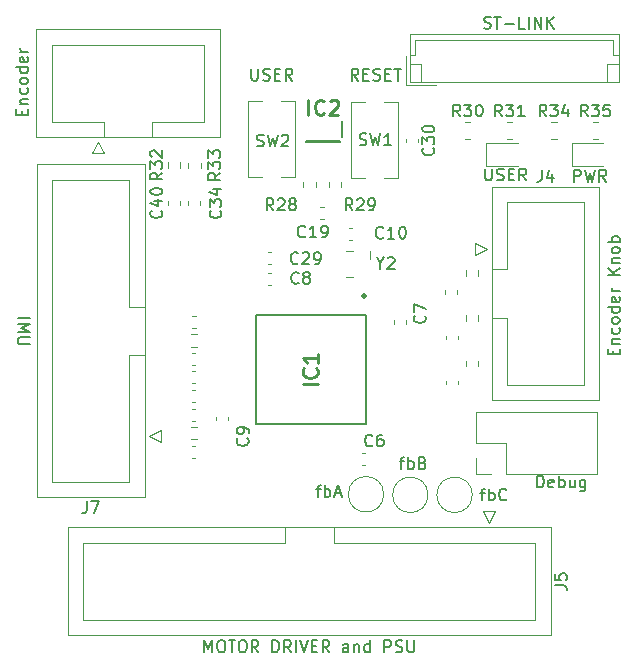
<source format=gbr>
%TF.GenerationSoftware,KiCad,Pcbnew,9.0.0*%
%TF.CreationDate,2025-03-07T07:18:05+07:00*%
%TF.ProjectId,MCU,4d43552e-6b69-4636-9164-5f7063625858,rev?*%
%TF.SameCoordinates,Original*%
%TF.FileFunction,Legend,Top*%
%TF.FilePolarity,Positive*%
%FSLAX46Y46*%
G04 Gerber Fmt 4.6, Leading zero omitted, Abs format (unit mm)*
G04 Created by KiCad (PCBNEW 9.0.0) date 2025-03-07 07:18:05*
%MOMM*%
%LPD*%
G01*
G04 APERTURE LIST*
%ADD10C,0.150000*%
%ADD11C,0.254000*%
%ADD12C,0.120000*%
%ADD13C,0.200000*%
%ADD14C,0.250000*%
G04 APERTURE END LIST*
D10*
X142093922Y-106153152D02*
X142474874Y-106153152D01*
X142236779Y-106819819D02*
X142236779Y-105962676D01*
X142236779Y-105962676D02*
X142284398Y-105867438D01*
X142284398Y-105867438D02*
X142379636Y-105819819D01*
X142379636Y-105819819D02*
X142474874Y-105819819D01*
X142808208Y-106819819D02*
X142808208Y-105819819D01*
X142808208Y-106200771D02*
X142903446Y-106153152D01*
X142903446Y-106153152D02*
X143093922Y-106153152D01*
X143093922Y-106153152D02*
X143189160Y-106200771D01*
X143189160Y-106200771D02*
X143236779Y-106248390D01*
X143236779Y-106248390D02*
X143284398Y-106343628D01*
X143284398Y-106343628D02*
X143284398Y-106629342D01*
X143284398Y-106629342D02*
X143236779Y-106724580D01*
X143236779Y-106724580D02*
X143189160Y-106772200D01*
X143189160Y-106772200D02*
X143093922Y-106819819D01*
X143093922Y-106819819D02*
X142903446Y-106819819D01*
X142903446Y-106819819D02*
X142808208Y-106772200D01*
X144284398Y-106724580D02*
X144236779Y-106772200D01*
X144236779Y-106772200D02*
X144093922Y-106819819D01*
X144093922Y-106819819D02*
X143998684Y-106819819D01*
X143998684Y-106819819D02*
X143855827Y-106772200D01*
X143855827Y-106772200D02*
X143760589Y-106676961D01*
X143760589Y-106676961D02*
X143712970Y-106581723D01*
X143712970Y-106581723D02*
X143665351Y-106391247D01*
X143665351Y-106391247D02*
X143665351Y-106248390D01*
X143665351Y-106248390D02*
X143712970Y-106057914D01*
X143712970Y-106057914D02*
X143760589Y-105962676D01*
X143760589Y-105962676D02*
X143855827Y-105867438D01*
X143855827Y-105867438D02*
X143998684Y-105819819D01*
X143998684Y-105819819D02*
X144093922Y-105819819D01*
X144093922Y-105819819D02*
X144236779Y-105867438D01*
X144236779Y-105867438D02*
X144284398Y-105915057D01*
X131747618Y-71269819D02*
X131414285Y-70793628D01*
X131176190Y-71269819D02*
X131176190Y-70269819D01*
X131176190Y-70269819D02*
X131557142Y-70269819D01*
X131557142Y-70269819D02*
X131652380Y-70317438D01*
X131652380Y-70317438D02*
X131699999Y-70365057D01*
X131699999Y-70365057D02*
X131747618Y-70460295D01*
X131747618Y-70460295D02*
X131747618Y-70603152D01*
X131747618Y-70603152D02*
X131699999Y-70698390D01*
X131699999Y-70698390D02*
X131652380Y-70746009D01*
X131652380Y-70746009D02*
X131557142Y-70793628D01*
X131557142Y-70793628D02*
X131176190Y-70793628D01*
X132176190Y-70746009D02*
X132509523Y-70746009D01*
X132652380Y-71269819D02*
X132176190Y-71269819D01*
X132176190Y-71269819D02*
X132176190Y-70269819D01*
X132176190Y-70269819D02*
X132652380Y-70269819D01*
X133033333Y-71222200D02*
X133176190Y-71269819D01*
X133176190Y-71269819D02*
X133414285Y-71269819D01*
X133414285Y-71269819D02*
X133509523Y-71222200D01*
X133509523Y-71222200D02*
X133557142Y-71174580D01*
X133557142Y-71174580D02*
X133604761Y-71079342D01*
X133604761Y-71079342D02*
X133604761Y-70984104D01*
X133604761Y-70984104D02*
X133557142Y-70888866D01*
X133557142Y-70888866D02*
X133509523Y-70841247D01*
X133509523Y-70841247D02*
X133414285Y-70793628D01*
X133414285Y-70793628D02*
X133223809Y-70746009D01*
X133223809Y-70746009D02*
X133128571Y-70698390D01*
X133128571Y-70698390D02*
X133080952Y-70650771D01*
X133080952Y-70650771D02*
X133033333Y-70555533D01*
X133033333Y-70555533D02*
X133033333Y-70460295D01*
X133033333Y-70460295D02*
X133080952Y-70365057D01*
X133080952Y-70365057D02*
X133128571Y-70317438D01*
X133128571Y-70317438D02*
X133223809Y-70269819D01*
X133223809Y-70269819D02*
X133461904Y-70269819D01*
X133461904Y-70269819D02*
X133604761Y-70317438D01*
X134033333Y-70746009D02*
X134366666Y-70746009D01*
X134509523Y-71269819D02*
X134033333Y-71269819D01*
X134033333Y-71269819D02*
X134033333Y-70269819D01*
X134033333Y-70269819D02*
X134509523Y-70269819D01*
X134795238Y-70269819D02*
X135366666Y-70269819D01*
X135080952Y-71269819D02*
X135080952Y-70269819D01*
X153346009Y-94463220D02*
X153346009Y-94129887D01*
X153869819Y-93987030D02*
X153869819Y-94463220D01*
X153869819Y-94463220D02*
X152869819Y-94463220D01*
X152869819Y-94463220D02*
X152869819Y-93987030D01*
X153203152Y-93558458D02*
X153869819Y-93558458D01*
X153298390Y-93558458D02*
X153250771Y-93510839D01*
X153250771Y-93510839D02*
X153203152Y-93415601D01*
X153203152Y-93415601D02*
X153203152Y-93272744D01*
X153203152Y-93272744D02*
X153250771Y-93177506D01*
X153250771Y-93177506D02*
X153346009Y-93129887D01*
X153346009Y-93129887D02*
X153869819Y-93129887D01*
X153822200Y-92225125D02*
X153869819Y-92320363D01*
X153869819Y-92320363D02*
X153869819Y-92510839D01*
X153869819Y-92510839D02*
X153822200Y-92606077D01*
X153822200Y-92606077D02*
X153774580Y-92653696D01*
X153774580Y-92653696D02*
X153679342Y-92701315D01*
X153679342Y-92701315D02*
X153393628Y-92701315D01*
X153393628Y-92701315D02*
X153298390Y-92653696D01*
X153298390Y-92653696D02*
X153250771Y-92606077D01*
X153250771Y-92606077D02*
X153203152Y-92510839D01*
X153203152Y-92510839D02*
X153203152Y-92320363D01*
X153203152Y-92320363D02*
X153250771Y-92225125D01*
X153869819Y-91653696D02*
X153822200Y-91748934D01*
X153822200Y-91748934D02*
X153774580Y-91796553D01*
X153774580Y-91796553D02*
X153679342Y-91844172D01*
X153679342Y-91844172D02*
X153393628Y-91844172D01*
X153393628Y-91844172D02*
X153298390Y-91796553D01*
X153298390Y-91796553D02*
X153250771Y-91748934D01*
X153250771Y-91748934D02*
X153203152Y-91653696D01*
X153203152Y-91653696D02*
X153203152Y-91510839D01*
X153203152Y-91510839D02*
X153250771Y-91415601D01*
X153250771Y-91415601D02*
X153298390Y-91367982D01*
X153298390Y-91367982D02*
X153393628Y-91320363D01*
X153393628Y-91320363D02*
X153679342Y-91320363D01*
X153679342Y-91320363D02*
X153774580Y-91367982D01*
X153774580Y-91367982D02*
X153822200Y-91415601D01*
X153822200Y-91415601D02*
X153869819Y-91510839D01*
X153869819Y-91510839D02*
X153869819Y-91653696D01*
X153869819Y-90463220D02*
X152869819Y-90463220D01*
X153822200Y-90463220D02*
X153869819Y-90558458D01*
X153869819Y-90558458D02*
X153869819Y-90748934D01*
X153869819Y-90748934D02*
X153822200Y-90844172D01*
X153822200Y-90844172D02*
X153774580Y-90891791D01*
X153774580Y-90891791D02*
X153679342Y-90939410D01*
X153679342Y-90939410D02*
X153393628Y-90939410D01*
X153393628Y-90939410D02*
X153298390Y-90891791D01*
X153298390Y-90891791D02*
X153250771Y-90844172D01*
X153250771Y-90844172D02*
X153203152Y-90748934D01*
X153203152Y-90748934D02*
X153203152Y-90558458D01*
X153203152Y-90558458D02*
X153250771Y-90463220D01*
X153822200Y-89606077D02*
X153869819Y-89701315D01*
X153869819Y-89701315D02*
X153869819Y-89891791D01*
X153869819Y-89891791D02*
X153822200Y-89987029D01*
X153822200Y-89987029D02*
X153726961Y-90034648D01*
X153726961Y-90034648D02*
X153346009Y-90034648D01*
X153346009Y-90034648D02*
X153250771Y-89987029D01*
X153250771Y-89987029D02*
X153203152Y-89891791D01*
X153203152Y-89891791D02*
X153203152Y-89701315D01*
X153203152Y-89701315D02*
X153250771Y-89606077D01*
X153250771Y-89606077D02*
X153346009Y-89558458D01*
X153346009Y-89558458D02*
X153441247Y-89558458D01*
X153441247Y-89558458D02*
X153536485Y-90034648D01*
X153869819Y-89129886D02*
X153203152Y-89129886D01*
X153393628Y-89129886D02*
X153298390Y-89082267D01*
X153298390Y-89082267D02*
X153250771Y-89034648D01*
X153250771Y-89034648D02*
X153203152Y-88939410D01*
X153203152Y-88939410D02*
X153203152Y-88844172D01*
X153869819Y-87748933D02*
X152869819Y-87748933D01*
X153869819Y-87177505D02*
X153298390Y-87606076D01*
X152869819Y-87177505D02*
X153441247Y-87748933D01*
X153203152Y-86748933D02*
X153869819Y-86748933D01*
X153298390Y-86748933D02*
X153250771Y-86701314D01*
X153250771Y-86701314D02*
X153203152Y-86606076D01*
X153203152Y-86606076D02*
X153203152Y-86463219D01*
X153203152Y-86463219D02*
X153250771Y-86367981D01*
X153250771Y-86367981D02*
X153346009Y-86320362D01*
X153346009Y-86320362D02*
X153869819Y-86320362D01*
X153869819Y-85701314D02*
X153822200Y-85796552D01*
X153822200Y-85796552D02*
X153774580Y-85844171D01*
X153774580Y-85844171D02*
X153679342Y-85891790D01*
X153679342Y-85891790D02*
X153393628Y-85891790D01*
X153393628Y-85891790D02*
X153298390Y-85844171D01*
X153298390Y-85844171D02*
X153250771Y-85796552D01*
X153250771Y-85796552D02*
X153203152Y-85701314D01*
X153203152Y-85701314D02*
X153203152Y-85558457D01*
X153203152Y-85558457D02*
X153250771Y-85463219D01*
X153250771Y-85463219D02*
X153298390Y-85415600D01*
X153298390Y-85415600D02*
X153393628Y-85367981D01*
X153393628Y-85367981D02*
X153679342Y-85367981D01*
X153679342Y-85367981D02*
X153774580Y-85415600D01*
X153774580Y-85415600D02*
X153822200Y-85463219D01*
X153822200Y-85463219D02*
X153869819Y-85558457D01*
X153869819Y-85558457D02*
X153869819Y-85701314D01*
X153869819Y-84939409D02*
X152869819Y-84939409D01*
X153250771Y-84939409D02*
X153203152Y-84844171D01*
X153203152Y-84844171D02*
X153203152Y-84653695D01*
X153203152Y-84653695D02*
X153250771Y-84558457D01*
X153250771Y-84558457D02*
X153298390Y-84510838D01*
X153298390Y-84510838D02*
X153393628Y-84463219D01*
X153393628Y-84463219D02*
X153679342Y-84463219D01*
X153679342Y-84463219D02*
X153774580Y-84510838D01*
X153774580Y-84510838D02*
X153822200Y-84558457D01*
X153822200Y-84558457D02*
X153869819Y-84653695D01*
X153869819Y-84653695D02*
X153869819Y-84844171D01*
X153869819Y-84844171D02*
X153822200Y-84939409D01*
X102930180Y-91404762D02*
X103930180Y-91404762D01*
X102930180Y-91880952D02*
X103930180Y-91880952D01*
X103930180Y-91880952D02*
X103215895Y-92214285D01*
X103215895Y-92214285D02*
X103930180Y-92547618D01*
X103930180Y-92547618D02*
X102930180Y-92547618D01*
X103930180Y-93023809D02*
X103120657Y-93023809D01*
X103120657Y-93023809D02*
X103025419Y-93071428D01*
X103025419Y-93071428D02*
X102977800Y-93119047D01*
X102977800Y-93119047D02*
X102930180Y-93214285D01*
X102930180Y-93214285D02*
X102930180Y-93404761D01*
X102930180Y-93404761D02*
X102977800Y-93499999D01*
X102977800Y-93499999D02*
X103025419Y-93547618D01*
X103025419Y-93547618D02*
X103120657Y-93595237D01*
X103120657Y-93595237D02*
X103930180Y-93595237D01*
X150016667Y-79819819D02*
X150016667Y-78819819D01*
X150016667Y-78819819D02*
X150397619Y-78819819D01*
X150397619Y-78819819D02*
X150492857Y-78867438D01*
X150492857Y-78867438D02*
X150540476Y-78915057D01*
X150540476Y-78915057D02*
X150588095Y-79010295D01*
X150588095Y-79010295D02*
X150588095Y-79153152D01*
X150588095Y-79153152D02*
X150540476Y-79248390D01*
X150540476Y-79248390D02*
X150492857Y-79296009D01*
X150492857Y-79296009D02*
X150397619Y-79343628D01*
X150397619Y-79343628D02*
X150016667Y-79343628D01*
X150921429Y-78819819D02*
X151159524Y-79819819D01*
X151159524Y-79819819D02*
X151350000Y-79105533D01*
X151350000Y-79105533D02*
X151540476Y-79819819D01*
X151540476Y-79819819D02*
X151778572Y-78819819D01*
X152730952Y-79819819D02*
X152397619Y-79343628D01*
X152159524Y-79819819D02*
X152159524Y-78819819D01*
X152159524Y-78819819D02*
X152540476Y-78819819D01*
X152540476Y-78819819D02*
X152635714Y-78867438D01*
X152635714Y-78867438D02*
X152683333Y-78915057D01*
X152683333Y-78915057D02*
X152730952Y-79010295D01*
X152730952Y-79010295D02*
X152730952Y-79153152D01*
X152730952Y-79153152D02*
X152683333Y-79248390D01*
X152683333Y-79248390D02*
X152635714Y-79296009D01*
X152635714Y-79296009D02*
X152540476Y-79343628D01*
X152540476Y-79343628D02*
X152159524Y-79343628D01*
X142389160Y-66822200D02*
X142532017Y-66869819D01*
X142532017Y-66869819D02*
X142770112Y-66869819D01*
X142770112Y-66869819D02*
X142865350Y-66822200D01*
X142865350Y-66822200D02*
X142912969Y-66774580D01*
X142912969Y-66774580D02*
X142960588Y-66679342D01*
X142960588Y-66679342D02*
X142960588Y-66584104D01*
X142960588Y-66584104D02*
X142912969Y-66488866D01*
X142912969Y-66488866D02*
X142865350Y-66441247D01*
X142865350Y-66441247D02*
X142770112Y-66393628D01*
X142770112Y-66393628D02*
X142579636Y-66346009D01*
X142579636Y-66346009D02*
X142484398Y-66298390D01*
X142484398Y-66298390D02*
X142436779Y-66250771D01*
X142436779Y-66250771D02*
X142389160Y-66155533D01*
X142389160Y-66155533D02*
X142389160Y-66060295D01*
X142389160Y-66060295D02*
X142436779Y-65965057D01*
X142436779Y-65965057D02*
X142484398Y-65917438D01*
X142484398Y-65917438D02*
X142579636Y-65869819D01*
X142579636Y-65869819D02*
X142817731Y-65869819D01*
X142817731Y-65869819D02*
X142960588Y-65917438D01*
X143246303Y-65869819D02*
X143817731Y-65869819D01*
X143532017Y-66869819D02*
X143532017Y-65869819D01*
X144151065Y-66488866D02*
X144912970Y-66488866D01*
X145865350Y-66869819D02*
X145389160Y-66869819D01*
X145389160Y-66869819D02*
X145389160Y-65869819D01*
X146198684Y-66869819D02*
X146198684Y-65869819D01*
X146674874Y-66869819D02*
X146674874Y-65869819D01*
X146674874Y-65869819D02*
X147246302Y-66869819D01*
X147246302Y-66869819D02*
X147246302Y-65869819D01*
X147722493Y-66869819D02*
X147722493Y-65869819D01*
X148293921Y-66869819D02*
X147865350Y-66298390D01*
X148293921Y-65869819D02*
X147722493Y-66441247D01*
X128193922Y-105853152D02*
X128574874Y-105853152D01*
X128336779Y-106519819D02*
X128336779Y-105662676D01*
X128336779Y-105662676D02*
X128384398Y-105567438D01*
X128384398Y-105567438D02*
X128479636Y-105519819D01*
X128479636Y-105519819D02*
X128574874Y-105519819D01*
X128908208Y-106519819D02*
X128908208Y-105519819D01*
X128908208Y-105900771D02*
X129003446Y-105853152D01*
X129003446Y-105853152D02*
X129193922Y-105853152D01*
X129193922Y-105853152D02*
X129289160Y-105900771D01*
X129289160Y-105900771D02*
X129336779Y-105948390D01*
X129336779Y-105948390D02*
X129384398Y-106043628D01*
X129384398Y-106043628D02*
X129384398Y-106329342D01*
X129384398Y-106329342D02*
X129336779Y-106424580D01*
X129336779Y-106424580D02*
X129289160Y-106472200D01*
X129289160Y-106472200D02*
X129193922Y-106519819D01*
X129193922Y-106519819D02*
X129003446Y-106519819D01*
X129003446Y-106519819D02*
X128908208Y-106472200D01*
X129765351Y-106234104D02*
X130241541Y-106234104D01*
X129670113Y-106519819D02*
X130003446Y-105519819D01*
X130003446Y-105519819D02*
X130336779Y-106519819D01*
X146886779Y-105719819D02*
X146886779Y-104719819D01*
X146886779Y-104719819D02*
X147124874Y-104719819D01*
X147124874Y-104719819D02*
X147267731Y-104767438D01*
X147267731Y-104767438D02*
X147362969Y-104862676D01*
X147362969Y-104862676D02*
X147410588Y-104957914D01*
X147410588Y-104957914D02*
X147458207Y-105148390D01*
X147458207Y-105148390D02*
X147458207Y-105291247D01*
X147458207Y-105291247D02*
X147410588Y-105481723D01*
X147410588Y-105481723D02*
X147362969Y-105576961D01*
X147362969Y-105576961D02*
X147267731Y-105672200D01*
X147267731Y-105672200D02*
X147124874Y-105719819D01*
X147124874Y-105719819D02*
X146886779Y-105719819D01*
X148267731Y-105672200D02*
X148172493Y-105719819D01*
X148172493Y-105719819D02*
X147982017Y-105719819D01*
X147982017Y-105719819D02*
X147886779Y-105672200D01*
X147886779Y-105672200D02*
X147839160Y-105576961D01*
X147839160Y-105576961D02*
X147839160Y-105196009D01*
X147839160Y-105196009D02*
X147886779Y-105100771D01*
X147886779Y-105100771D02*
X147982017Y-105053152D01*
X147982017Y-105053152D02*
X148172493Y-105053152D01*
X148172493Y-105053152D02*
X148267731Y-105100771D01*
X148267731Y-105100771D02*
X148315350Y-105196009D01*
X148315350Y-105196009D02*
X148315350Y-105291247D01*
X148315350Y-105291247D02*
X147839160Y-105386485D01*
X148743922Y-105719819D02*
X148743922Y-104719819D01*
X148743922Y-105100771D02*
X148839160Y-105053152D01*
X148839160Y-105053152D02*
X149029636Y-105053152D01*
X149029636Y-105053152D02*
X149124874Y-105100771D01*
X149124874Y-105100771D02*
X149172493Y-105148390D01*
X149172493Y-105148390D02*
X149220112Y-105243628D01*
X149220112Y-105243628D02*
X149220112Y-105529342D01*
X149220112Y-105529342D02*
X149172493Y-105624580D01*
X149172493Y-105624580D02*
X149124874Y-105672200D01*
X149124874Y-105672200D02*
X149029636Y-105719819D01*
X149029636Y-105719819D02*
X148839160Y-105719819D01*
X148839160Y-105719819D02*
X148743922Y-105672200D01*
X150077255Y-105053152D02*
X150077255Y-105719819D01*
X149648684Y-105053152D02*
X149648684Y-105576961D01*
X149648684Y-105576961D02*
X149696303Y-105672200D01*
X149696303Y-105672200D02*
X149791541Y-105719819D01*
X149791541Y-105719819D02*
X149934398Y-105719819D01*
X149934398Y-105719819D02*
X150029636Y-105672200D01*
X150029636Y-105672200D02*
X150077255Y-105624580D01*
X150982017Y-105053152D02*
X150982017Y-105862676D01*
X150982017Y-105862676D02*
X150934398Y-105957914D01*
X150934398Y-105957914D02*
X150886779Y-106005533D01*
X150886779Y-106005533D02*
X150791541Y-106053152D01*
X150791541Y-106053152D02*
X150648684Y-106053152D01*
X150648684Y-106053152D02*
X150553446Y-106005533D01*
X150982017Y-105672200D02*
X150886779Y-105719819D01*
X150886779Y-105719819D02*
X150696303Y-105719819D01*
X150696303Y-105719819D02*
X150601065Y-105672200D01*
X150601065Y-105672200D02*
X150553446Y-105624580D01*
X150553446Y-105624580D02*
X150505827Y-105529342D01*
X150505827Y-105529342D02*
X150505827Y-105243628D01*
X150505827Y-105243628D02*
X150553446Y-105148390D01*
X150553446Y-105148390D02*
X150601065Y-105100771D01*
X150601065Y-105100771D02*
X150696303Y-105053152D01*
X150696303Y-105053152D02*
X150886779Y-105053152D01*
X150886779Y-105053152D02*
X150982017Y-105100771D01*
X142485714Y-78719819D02*
X142485714Y-79529342D01*
X142485714Y-79529342D02*
X142533333Y-79624580D01*
X142533333Y-79624580D02*
X142580952Y-79672200D01*
X142580952Y-79672200D02*
X142676190Y-79719819D01*
X142676190Y-79719819D02*
X142866666Y-79719819D01*
X142866666Y-79719819D02*
X142961904Y-79672200D01*
X142961904Y-79672200D02*
X143009523Y-79624580D01*
X143009523Y-79624580D02*
X143057142Y-79529342D01*
X143057142Y-79529342D02*
X143057142Y-78719819D01*
X143485714Y-79672200D02*
X143628571Y-79719819D01*
X143628571Y-79719819D02*
X143866666Y-79719819D01*
X143866666Y-79719819D02*
X143961904Y-79672200D01*
X143961904Y-79672200D02*
X144009523Y-79624580D01*
X144009523Y-79624580D02*
X144057142Y-79529342D01*
X144057142Y-79529342D02*
X144057142Y-79434104D01*
X144057142Y-79434104D02*
X144009523Y-79338866D01*
X144009523Y-79338866D02*
X143961904Y-79291247D01*
X143961904Y-79291247D02*
X143866666Y-79243628D01*
X143866666Y-79243628D02*
X143676190Y-79196009D01*
X143676190Y-79196009D02*
X143580952Y-79148390D01*
X143580952Y-79148390D02*
X143533333Y-79100771D01*
X143533333Y-79100771D02*
X143485714Y-79005533D01*
X143485714Y-79005533D02*
X143485714Y-78910295D01*
X143485714Y-78910295D02*
X143533333Y-78815057D01*
X143533333Y-78815057D02*
X143580952Y-78767438D01*
X143580952Y-78767438D02*
X143676190Y-78719819D01*
X143676190Y-78719819D02*
X143914285Y-78719819D01*
X143914285Y-78719819D02*
X144057142Y-78767438D01*
X144485714Y-79196009D02*
X144819047Y-79196009D01*
X144961904Y-79719819D02*
X144485714Y-79719819D01*
X144485714Y-79719819D02*
X144485714Y-78719819D01*
X144485714Y-78719819D02*
X144961904Y-78719819D01*
X145961904Y-79719819D02*
X145628571Y-79243628D01*
X145390476Y-79719819D02*
X145390476Y-78719819D01*
X145390476Y-78719819D02*
X145771428Y-78719819D01*
X145771428Y-78719819D02*
X145866666Y-78767438D01*
X145866666Y-78767438D02*
X145914285Y-78815057D01*
X145914285Y-78815057D02*
X145961904Y-78910295D01*
X145961904Y-78910295D02*
X145961904Y-79053152D01*
X145961904Y-79053152D02*
X145914285Y-79148390D01*
X145914285Y-79148390D02*
X145866666Y-79196009D01*
X145866666Y-79196009D02*
X145771428Y-79243628D01*
X145771428Y-79243628D02*
X145390476Y-79243628D01*
X118719047Y-119669819D02*
X118719047Y-118669819D01*
X118719047Y-118669819D02*
X119052380Y-119384104D01*
X119052380Y-119384104D02*
X119385713Y-118669819D01*
X119385713Y-118669819D02*
X119385713Y-119669819D01*
X120052380Y-118669819D02*
X120242856Y-118669819D01*
X120242856Y-118669819D02*
X120338094Y-118717438D01*
X120338094Y-118717438D02*
X120433332Y-118812676D01*
X120433332Y-118812676D02*
X120480951Y-119003152D01*
X120480951Y-119003152D02*
X120480951Y-119336485D01*
X120480951Y-119336485D02*
X120433332Y-119526961D01*
X120433332Y-119526961D02*
X120338094Y-119622200D01*
X120338094Y-119622200D02*
X120242856Y-119669819D01*
X120242856Y-119669819D02*
X120052380Y-119669819D01*
X120052380Y-119669819D02*
X119957142Y-119622200D01*
X119957142Y-119622200D02*
X119861904Y-119526961D01*
X119861904Y-119526961D02*
X119814285Y-119336485D01*
X119814285Y-119336485D02*
X119814285Y-119003152D01*
X119814285Y-119003152D02*
X119861904Y-118812676D01*
X119861904Y-118812676D02*
X119957142Y-118717438D01*
X119957142Y-118717438D02*
X120052380Y-118669819D01*
X120766666Y-118669819D02*
X121338094Y-118669819D01*
X121052380Y-119669819D02*
X121052380Y-118669819D01*
X121861904Y-118669819D02*
X122052380Y-118669819D01*
X122052380Y-118669819D02*
X122147618Y-118717438D01*
X122147618Y-118717438D02*
X122242856Y-118812676D01*
X122242856Y-118812676D02*
X122290475Y-119003152D01*
X122290475Y-119003152D02*
X122290475Y-119336485D01*
X122290475Y-119336485D02*
X122242856Y-119526961D01*
X122242856Y-119526961D02*
X122147618Y-119622200D01*
X122147618Y-119622200D02*
X122052380Y-119669819D01*
X122052380Y-119669819D02*
X121861904Y-119669819D01*
X121861904Y-119669819D02*
X121766666Y-119622200D01*
X121766666Y-119622200D02*
X121671428Y-119526961D01*
X121671428Y-119526961D02*
X121623809Y-119336485D01*
X121623809Y-119336485D02*
X121623809Y-119003152D01*
X121623809Y-119003152D02*
X121671428Y-118812676D01*
X121671428Y-118812676D02*
X121766666Y-118717438D01*
X121766666Y-118717438D02*
X121861904Y-118669819D01*
X123290475Y-119669819D02*
X122957142Y-119193628D01*
X122719047Y-119669819D02*
X122719047Y-118669819D01*
X122719047Y-118669819D02*
X123099999Y-118669819D01*
X123099999Y-118669819D02*
X123195237Y-118717438D01*
X123195237Y-118717438D02*
X123242856Y-118765057D01*
X123242856Y-118765057D02*
X123290475Y-118860295D01*
X123290475Y-118860295D02*
X123290475Y-119003152D01*
X123290475Y-119003152D02*
X123242856Y-119098390D01*
X123242856Y-119098390D02*
X123195237Y-119146009D01*
X123195237Y-119146009D02*
X123099999Y-119193628D01*
X123099999Y-119193628D02*
X122719047Y-119193628D01*
X124480952Y-119669819D02*
X124480952Y-118669819D01*
X124480952Y-118669819D02*
X124719047Y-118669819D01*
X124719047Y-118669819D02*
X124861904Y-118717438D01*
X124861904Y-118717438D02*
X124957142Y-118812676D01*
X124957142Y-118812676D02*
X125004761Y-118907914D01*
X125004761Y-118907914D02*
X125052380Y-119098390D01*
X125052380Y-119098390D02*
X125052380Y-119241247D01*
X125052380Y-119241247D02*
X125004761Y-119431723D01*
X125004761Y-119431723D02*
X124957142Y-119526961D01*
X124957142Y-119526961D02*
X124861904Y-119622200D01*
X124861904Y-119622200D02*
X124719047Y-119669819D01*
X124719047Y-119669819D02*
X124480952Y-119669819D01*
X126052380Y-119669819D02*
X125719047Y-119193628D01*
X125480952Y-119669819D02*
X125480952Y-118669819D01*
X125480952Y-118669819D02*
X125861904Y-118669819D01*
X125861904Y-118669819D02*
X125957142Y-118717438D01*
X125957142Y-118717438D02*
X126004761Y-118765057D01*
X126004761Y-118765057D02*
X126052380Y-118860295D01*
X126052380Y-118860295D02*
X126052380Y-119003152D01*
X126052380Y-119003152D02*
X126004761Y-119098390D01*
X126004761Y-119098390D02*
X125957142Y-119146009D01*
X125957142Y-119146009D02*
X125861904Y-119193628D01*
X125861904Y-119193628D02*
X125480952Y-119193628D01*
X126480952Y-119669819D02*
X126480952Y-118669819D01*
X126814285Y-118669819D02*
X127147618Y-119669819D01*
X127147618Y-119669819D02*
X127480951Y-118669819D01*
X127814285Y-119146009D02*
X128147618Y-119146009D01*
X128290475Y-119669819D02*
X127814285Y-119669819D01*
X127814285Y-119669819D02*
X127814285Y-118669819D01*
X127814285Y-118669819D02*
X128290475Y-118669819D01*
X129290475Y-119669819D02*
X128957142Y-119193628D01*
X128719047Y-119669819D02*
X128719047Y-118669819D01*
X128719047Y-118669819D02*
X129099999Y-118669819D01*
X129099999Y-118669819D02*
X129195237Y-118717438D01*
X129195237Y-118717438D02*
X129242856Y-118765057D01*
X129242856Y-118765057D02*
X129290475Y-118860295D01*
X129290475Y-118860295D02*
X129290475Y-119003152D01*
X129290475Y-119003152D02*
X129242856Y-119098390D01*
X129242856Y-119098390D02*
X129195237Y-119146009D01*
X129195237Y-119146009D02*
X129099999Y-119193628D01*
X129099999Y-119193628D02*
X128719047Y-119193628D01*
X130909523Y-119669819D02*
X130909523Y-119146009D01*
X130909523Y-119146009D02*
X130861904Y-119050771D01*
X130861904Y-119050771D02*
X130766666Y-119003152D01*
X130766666Y-119003152D02*
X130576190Y-119003152D01*
X130576190Y-119003152D02*
X130480952Y-119050771D01*
X130909523Y-119622200D02*
X130814285Y-119669819D01*
X130814285Y-119669819D02*
X130576190Y-119669819D01*
X130576190Y-119669819D02*
X130480952Y-119622200D01*
X130480952Y-119622200D02*
X130433333Y-119526961D01*
X130433333Y-119526961D02*
X130433333Y-119431723D01*
X130433333Y-119431723D02*
X130480952Y-119336485D01*
X130480952Y-119336485D02*
X130576190Y-119288866D01*
X130576190Y-119288866D02*
X130814285Y-119288866D01*
X130814285Y-119288866D02*
X130909523Y-119241247D01*
X131385714Y-119003152D02*
X131385714Y-119669819D01*
X131385714Y-119098390D02*
X131433333Y-119050771D01*
X131433333Y-119050771D02*
X131528571Y-119003152D01*
X131528571Y-119003152D02*
X131671428Y-119003152D01*
X131671428Y-119003152D02*
X131766666Y-119050771D01*
X131766666Y-119050771D02*
X131814285Y-119146009D01*
X131814285Y-119146009D02*
X131814285Y-119669819D01*
X132719047Y-119669819D02*
X132719047Y-118669819D01*
X132719047Y-119622200D02*
X132623809Y-119669819D01*
X132623809Y-119669819D02*
X132433333Y-119669819D01*
X132433333Y-119669819D02*
X132338095Y-119622200D01*
X132338095Y-119622200D02*
X132290476Y-119574580D01*
X132290476Y-119574580D02*
X132242857Y-119479342D01*
X132242857Y-119479342D02*
X132242857Y-119193628D01*
X132242857Y-119193628D02*
X132290476Y-119098390D01*
X132290476Y-119098390D02*
X132338095Y-119050771D01*
X132338095Y-119050771D02*
X132433333Y-119003152D01*
X132433333Y-119003152D02*
X132623809Y-119003152D01*
X132623809Y-119003152D02*
X132719047Y-119050771D01*
X133957143Y-119669819D02*
X133957143Y-118669819D01*
X133957143Y-118669819D02*
X134338095Y-118669819D01*
X134338095Y-118669819D02*
X134433333Y-118717438D01*
X134433333Y-118717438D02*
X134480952Y-118765057D01*
X134480952Y-118765057D02*
X134528571Y-118860295D01*
X134528571Y-118860295D02*
X134528571Y-119003152D01*
X134528571Y-119003152D02*
X134480952Y-119098390D01*
X134480952Y-119098390D02*
X134433333Y-119146009D01*
X134433333Y-119146009D02*
X134338095Y-119193628D01*
X134338095Y-119193628D02*
X133957143Y-119193628D01*
X134909524Y-119622200D02*
X135052381Y-119669819D01*
X135052381Y-119669819D02*
X135290476Y-119669819D01*
X135290476Y-119669819D02*
X135385714Y-119622200D01*
X135385714Y-119622200D02*
X135433333Y-119574580D01*
X135433333Y-119574580D02*
X135480952Y-119479342D01*
X135480952Y-119479342D02*
X135480952Y-119384104D01*
X135480952Y-119384104D02*
X135433333Y-119288866D01*
X135433333Y-119288866D02*
X135385714Y-119241247D01*
X135385714Y-119241247D02*
X135290476Y-119193628D01*
X135290476Y-119193628D02*
X135100000Y-119146009D01*
X135100000Y-119146009D02*
X135004762Y-119098390D01*
X135004762Y-119098390D02*
X134957143Y-119050771D01*
X134957143Y-119050771D02*
X134909524Y-118955533D01*
X134909524Y-118955533D02*
X134909524Y-118860295D01*
X134909524Y-118860295D02*
X134957143Y-118765057D01*
X134957143Y-118765057D02*
X135004762Y-118717438D01*
X135004762Y-118717438D02*
X135100000Y-118669819D01*
X135100000Y-118669819D02*
X135338095Y-118669819D01*
X135338095Y-118669819D02*
X135480952Y-118717438D01*
X135909524Y-118669819D02*
X135909524Y-119479342D01*
X135909524Y-119479342D02*
X135957143Y-119574580D01*
X135957143Y-119574580D02*
X136004762Y-119622200D01*
X136004762Y-119622200D02*
X136100000Y-119669819D01*
X136100000Y-119669819D02*
X136290476Y-119669819D01*
X136290476Y-119669819D02*
X136385714Y-119622200D01*
X136385714Y-119622200D02*
X136433333Y-119574580D01*
X136433333Y-119574580D02*
X136480952Y-119479342D01*
X136480952Y-119479342D02*
X136480952Y-118669819D01*
X135243922Y-103503152D02*
X135624874Y-103503152D01*
X135386779Y-104169819D02*
X135386779Y-103312676D01*
X135386779Y-103312676D02*
X135434398Y-103217438D01*
X135434398Y-103217438D02*
X135529636Y-103169819D01*
X135529636Y-103169819D02*
X135624874Y-103169819D01*
X135958208Y-104169819D02*
X135958208Y-103169819D01*
X135958208Y-103550771D02*
X136053446Y-103503152D01*
X136053446Y-103503152D02*
X136243922Y-103503152D01*
X136243922Y-103503152D02*
X136339160Y-103550771D01*
X136339160Y-103550771D02*
X136386779Y-103598390D01*
X136386779Y-103598390D02*
X136434398Y-103693628D01*
X136434398Y-103693628D02*
X136434398Y-103979342D01*
X136434398Y-103979342D02*
X136386779Y-104074580D01*
X136386779Y-104074580D02*
X136339160Y-104122200D01*
X136339160Y-104122200D02*
X136243922Y-104169819D01*
X136243922Y-104169819D02*
X136053446Y-104169819D01*
X136053446Y-104169819D02*
X135958208Y-104122200D01*
X137196303Y-103646009D02*
X137339160Y-103693628D01*
X137339160Y-103693628D02*
X137386779Y-103741247D01*
X137386779Y-103741247D02*
X137434398Y-103836485D01*
X137434398Y-103836485D02*
X137434398Y-103979342D01*
X137434398Y-103979342D02*
X137386779Y-104074580D01*
X137386779Y-104074580D02*
X137339160Y-104122200D01*
X137339160Y-104122200D02*
X137243922Y-104169819D01*
X137243922Y-104169819D02*
X136862970Y-104169819D01*
X136862970Y-104169819D02*
X136862970Y-103169819D01*
X136862970Y-103169819D02*
X137196303Y-103169819D01*
X137196303Y-103169819D02*
X137291541Y-103217438D01*
X137291541Y-103217438D02*
X137339160Y-103265057D01*
X137339160Y-103265057D02*
X137386779Y-103360295D01*
X137386779Y-103360295D02*
X137386779Y-103455533D01*
X137386779Y-103455533D02*
X137339160Y-103550771D01*
X137339160Y-103550771D02*
X137291541Y-103598390D01*
X137291541Y-103598390D02*
X137196303Y-103646009D01*
X137196303Y-103646009D02*
X136862970Y-103646009D01*
X122685714Y-70269819D02*
X122685714Y-71079342D01*
X122685714Y-71079342D02*
X122733333Y-71174580D01*
X122733333Y-71174580D02*
X122780952Y-71222200D01*
X122780952Y-71222200D02*
X122876190Y-71269819D01*
X122876190Y-71269819D02*
X123066666Y-71269819D01*
X123066666Y-71269819D02*
X123161904Y-71222200D01*
X123161904Y-71222200D02*
X123209523Y-71174580D01*
X123209523Y-71174580D02*
X123257142Y-71079342D01*
X123257142Y-71079342D02*
X123257142Y-70269819D01*
X123685714Y-71222200D02*
X123828571Y-71269819D01*
X123828571Y-71269819D02*
X124066666Y-71269819D01*
X124066666Y-71269819D02*
X124161904Y-71222200D01*
X124161904Y-71222200D02*
X124209523Y-71174580D01*
X124209523Y-71174580D02*
X124257142Y-71079342D01*
X124257142Y-71079342D02*
X124257142Y-70984104D01*
X124257142Y-70984104D02*
X124209523Y-70888866D01*
X124209523Y-70888866D02*
X124161904Y-70841247D01*
X124161904Y-70841247D02*
X124066666Y-70793628D01*
X124066666Y-70793628D02*
X123876190Y-70746009D01*
X123876190Y-70746009D02*
X123780952Y-70698390D01*
X123780952Y-70698390D02*
X123733333Y-70650771D01*
X123733333Y-70650771D02*
X123685714Y-70555533D01*
X123685714Y-70555533D02*
X123685714Y-70460295D01*
X123685714Y-70460295D02*
X123733333Y-70365057D01*
X123733333Y-70365057D02*
X123780952Y-70317438D01*
X123780952Y-70317438D02*
X123876190Y-70269819D01*
X123876190Y-70269819D02*
X124114285Y-70269819D01*
X124114285Y-70269819D02*
X124257142Y-70317438D01*
X124685714Y-70746009D02*
X125019047Y-70746009D01*
X125161904Y-71269819D02*
X124685714Y-71269819D01*
X124685714Y-71269819D02*
X124685714Y-70269819D01*
X124685714Y-70269819D02*
X125161904Y-70269819D01*
X126161904Y-71269819D02*
X125828571Y-70793628D01*
X125590476Y-71269819D02*
X125590476Y-70269819D01*
X125590476Y-70269819D02*
X125971428Y-70269819D01*
X125971428Y-70269819D02*
X126066666Y-70317438D01*
X126066666Y-70317438D02*
X126114285Y-70365057D01*
X126114285Y-70365057D02*
X126161904Y-70460295D01*
X126161904Y-70460295D02*
X126161904Y-70603152D01*
X126161904Y-70603152D02*
X126114285Y-70698390D01*
X126114285Y-70698390D02*
X126066666Y-70746009D01*
X126066666Y-70746009D02*
X125971428Y-70793628D01*
X125971428Y-70793628D02*
X125590476Y-70793628D01*
X103246009Y-74163220D02*
X103246009Y-73829887D01*
X103769819Y-73687030D02*
X103769819Y-74163220D01*
X103769819Y-74163220D02*
X102769819Y-74163220D01*
X102769819Y-74163220D02*
X102769819Y-73687030D01*
X103103152Y-73258458D02*
X103769819Y-73258458D01*
X103198390Y-73258458D02*
X103150771Y-73210839D01*
X103150771Y-73210839D02*
X103103152Y-73115601D01*
X103103152Y-73115601D02*
X103103152Y-72972744D01*
X103103152Y-72972744D02*
X103150771Y-72877506D01*
X103150771Y-72877506D02*
X103246009Y-72829887D01*
X103246009Y-72829887D02*
X103769819Y-72829887D01*
X103722200Y-71925125D02*
X103769819Y-72020363D01*
X103769819Y-72020363D02*
X103769819Y-72210839D01*
X103769819Y-72210839D02*
X103722200Y-72306077D01*
X103722200Y-72306077D02*
X103674580Y-72353696D01*
X103674580Y-72353696D02*
X103579342Y-72401315D01*
X103579342Y-72401315D02*
X103293628Y-72401315D01*
X103293628Y-72401315D02*
X103198390Y-72353696D01*
X103198390Y-72353696D02*
X103150771Y-72306077D01*
X103150771Y-72306077D02*
X103103152Y-72210839D01*
X103103152Y-72210839D02*
X103103152Y-72020363D01*
X103103152Y-72020363D02*
X103150771Y-71925125D01*
X103769819Y-71353696D02*
X103722200Y-71448934D01*
X103722200Y-71448934D02*
X103674580Y-71496553D01*
X103674580Y-71496553D02*
X103579342Y-71544172D01*
X103579342Y-71544172D02*
X103293628Y-71544172D01*
X103293628Y-71544172D02*
X103198390Y-71496553D01*
X103198390Y-71496553D02*
X103150771Y-71448934D01*
X103150771Y-71448934D02*
X103103152Y-71353696D01*
X103103152Y-71353696D02*
X103103152Y-71210839D01*
X103103152Y-71210839D02*
X103150771Y-71115601D01*
X103150771Y-71115601D02*
X103198390Y-71067982D01*
X103198390Y-71067982D02*
X103293628Y-71020363D01*
X103293628Y-71020363D02*
X103579342Y-71020363D01*
X103579342Y-71020363D02*
X103674580Y-71067982D01*
X103674580Y-71067982D02*
X103722200Y-71115601D01*
X103722200Y-71115601D02*
X103769819Y-71210839D01*
X103769819Y-71210839D02*
X103769819Y-71353696D01*
X103769819Y-70163220D02*
X102769819Y-70163220D01*
X103722200Y-70163220D02*
X103769819Y-70258458D01*
X103769819Y-70258458D02*
X103769819Y-70448934D01*
X103769819Y-70448934D02*
X103722200Y-70544172D01*
X103722200Y-70544172D02*
X103674580Y-70591791D01*
X103674580Y-70591791D02*
X103579342Y-70639410D01*
X103579342Y-70639410D02*
X103293628Y-70639410D01*
X103293628Y-70639410D02*
X103198390Y-70591791D01*
X103198390Y-70591791D02*
X103150771Y-70544172D01*
X103150771Y-70544172D02*
X103103152Y-70448934D01*
X103103152Y-70448934D02*
X103103152Y-70258458D01*
X103103152Y-70258458D02*
X103150771Y-70163220D01*
X103722200Y-69306077D02*
X103769819Y-69401315D01*
X103769819Y-69401315D02*
X103769819Y-69591791D01*
X103769819Y-69591791D02*
X103722200Y-69687029D01*
X103722200Y-69687029D02*
X103626961Y-69734648D01*
X103626961Y-69734648D02*
X103246009Y-69734648D01*
X103246009Y-69734648D02*
X103150771Y-69687029D01*
X103150771Y-69687029D02*
X103103152Y-69591791D01*
X103103152Y-69591791D02*
X103103152Y-69401315D01*
X103103152Y-69401315D02*
X103150771Y-69306077D01*
X103150771Y-69306077D02*
X103246009Y-69258458D01*
X103246009Y-69258458D02*
X103341247Y-69258458D01*
X103341247Y-69258458D02*
X103436485Y-69734648D01*
X103769819Y-68829886D02*
X103103152Y-68829886D01*
X103293628Y-68829886D02*
X103198390Y-68782267D01*
X103198390Y-68782267D02*
X103150771Y-68734648D01*
X103150771Y-68734648D02*
X103103152Y-68639410D01*
X103103152Y-68639410D02*
X103103152Y-68544172D01*
X147266666Y-78854819D02*
X147266666Y-79569104D01*
X147266666Y-79569104D02*
X147219047Y-79711961D01*
X147219047Y-79711961D02*
X147123809Y-79807200D01*
X147123809Y-79807200D02*
X146980952Y-79854819D01*
X146980952Y-79854819D02*
X146885714Y-79854819D01*
X148171428Y-79188152D02*
X148171428Y-79854819D01*
X147933333Y-78807200D02*
X147695238Y-79521485D01*
X147695238Y-79521485D02*
X148314285Y-79521485D01*
X115049580Y-82292857D02*
X115097200Y-82340476D01*
X115097200Y-82340476D02*
X115144819Y-82483333D01*
X115144819Y-82483333D02*
X115144819Y-82578571D01*
X115144819Y-82578571D02*
X115097200Y-82721428D01*
X115097200Y-82721428D02*
X115001961Y-82816666D01*
X115001961Y-82816666D02*
X114906723Y-82864285D01*
X114906723Y-82864285D02*
X114716247Y-82911904D01*
X114716247Y-82911904D02*
X114573390Y-82911904D01*
X114573390Y-82911904D02*
X114382914Y-82864285D01*
X114382914Y-82864285D02*
X114287676Y-82816666D01*
X114287676Y-82816666D02*
X114192438Y-82721428D01*
X114192438Y-82721428D02*
X114144819Y-82578571D01*
X114144819Y-82578571D02*
X114144819Y-82483333D01*
X114144819Y-82483333D02*
X114192438Y-82340476D01*
X114192438Y-82340476D02*
X114240057Y-82292857D01*
X114478152Y-81435714D02*
X115144819Y-81435714D01*
X114097200Y-81673809D02*
X114811485Y-81911904D01*
X114811485Y-81911904D02*
X114811485Y-81292857D01*
X114144819Y-80721428D02*
X114144819Y-80626190D01*
X114144819Y-80626190D02*
X114192438Y-80530952D01*
X114192438Y-80530952D02*
X114240057Y-80483333D01*
X114240057Y-80483333D02*
X114335295Y-80435714D01*
X114335295Y-80435714D02*
X114525771Y-80388095D01*
X114525771Y-80388095D02*
X114763866Y-80388095D01*
X114763866Y-80388095D02*
X114954342Y-80435714D01*
X114954342Y-80435714D02*
X115049580Y-80483333D01*
X115049580Y-80483333D02*
X115097200Y-80530952D01*
X115097200Y-80530952D02*
X115144819Y-80626190D01*
X115144819Y-80626190D02*
X115144819Y-80721428D01*
X115144819Y-80721428D02*
X115097200Y-80816666D01*
X115097200Y-80816666D02*
X115049580Y-80864285D01*
X115049580Y-80864285D02*
X114954342Y-80911904D01*
X114954342Y-80911904D02*
X114763866Y-80959523D01*
X114763866Y-80959523D02*
X114525771Y-80959523D01*
X114525771Y-80959523D02*
X114335295Y-80911904D01*
X114335295Y-80911904D02*
X114240057Y-80864285D01*
X114240057Y-80864285D02*
X114192438Y-80816666D01*
X114192438Y-80816666D02*
X114144819Y-80721428D01*
X133623809Y-86758628D02*
X133623809Y-87234819D01*
X133290476Y-86234819D02*
X133623809Y-86758628D01*
X133623809Y-86758628D02*
X133957142Y-86234819D01*
X134242857Y-86330057D02*
X134290476Y-86282438D01*
X134290476Y-86282438D02*
X134385714Y-86234819D01*
X134385714Y-86234819D02*
X134623809Y-86234819D01*
X134623809Y-86234819D02*
X134719047Y-86282438D01*
X134719047Y-86282438D02*
X134766666Y-86330057D01*
X134766666Y-86330057D02*
X134814285Y-86425295D01*
X134814285Y-86425295D02*
X134814285Y-86520533D01*
X134814285Y-86520533D02*
X134766666Y-86663390D01*
X134766666Y-86663390D02*
X134195238Y-87234819D01*
X134195238Y-87234819D02*
X134814285Y-87234819D01*
X131866667Y-76707200D02*
X132009524Y-76754819D01*
X132009524Y-76754819D02*
X132247619Y-76754819D01*
X132247619Y-76754819D02*
X132342857Y-76707200D01*
X132342857Y-76707200D02*
X132390476Y-76659580D01*
X132390476Y-76659580D02*
X132438095Y-76564342D01*
X132438095Y-76564342D02*
X132438095Y-76469104D01*
X132438095Y-76469104D02*
X132390476Y-76373866D01*
X132390476Y-76373866D02*
X132342857Y-76326247D01*
X132342857Y-76326247D02*
X132247619Y-76278628D01*
X132247619Y-76278628D02*
X132057143Y-76231009D01*
X132057143Y-76231009D02*
X131961905Y-76183390D01*
X131961905Y-76183390D02*
X131914286Y-76135771D01*
X131914286Y-76135771D02*
X131866667Y-76040533D01*
X131866667Y-76040533D02*
X131866667Y-75945295D01*
X131866667Y-75945295D02*
X131914286Y-75850057D01*
X131914286Y-75850057D02*
X131961905Y-75802438D01*
X131961905Y-75802438D02*
X132057143Y-75754819D01*
X132057143Y-75754819D02*
X132295238Y-75754819D01*
X132295238Y-75754819D02*
X132438095Y-75802438D01*
X132771429Y-75754819D02*
X133009524Y-76754819D01*
X133009524Y-76754819D02*
X133200000Y-76040533D01*
X133200000Y-76040533D02*
X133390476Y-76754819D01*
X133390476Y-76754819D02*
X133628572Y-75754819D01*
X134533333Y-76754819D02*
X133961905Y-76754819D01*
X134247619Y-76754819D02*
X134247619Y-75754819D01*
X134247619Y-75754819D02*
X134152381Y-75897676D01*
X134152381Y-75897676D02*
X134057143Y-75992914D01*
X134057143Y-75992914D02*
X133961905Y-76040533D01*
X122359580Y-101566666D02*
X122407200Y-101614285D01*
X122407200Y-101614285D02*
X122454819Y-101757142D01*
X122454819Y-101757142D02*
X122454819Y-101852380D01*
X122454819Y-101852380D02*
X122407200Y-101995237D01*
X122407200Y-101995237D02*
X122311961Y-102090475D01*
X122311961Y-102090475D02*
X122216723Y-102138094D01*
X122216723Y-102138094D02*
X122026247Y-102185713D01*
X122026247Y-102185713D02*
X121883390Y-102185713D01*
X121883390Y-102185713D02*
X121692914Y-102138094D01*
X121692914Y-102138094D02*
X121597676Y-102090475D01*
X121597676Y-102090475D02*
X121502438Y-101995237D01*
X121502438Y-101995237D02*
X121454819Y-101852380D01*
X121454819Y-101852380D02*
X121454819Y-101757142D01*
X121454819Y-101757142D02*
X121502438Y-101614285D01*
X121502438Y-101614285D02*
X121550057Y-101566666D01*
X122454819Y-101090475D02*
X122454819Y-100899999D01*
X122454819Y-100899999D02*
X122407200Y-100804761D01*
X122407200Y-100804761D02*
X122359580Y-100757142D01*
X122359580Y-100757142D02*
X122216723Y-100661904D01*
X122216723Y-100661904D02*
X122026247Y-100614285D01*
X122026247Y-100614285D02*
X121645295Y-100614285D01*
X121645295Y-100614285D02*
X121550057Y-100661904D01*
X121550057Y-100661904D02*
X121502438Y-100709523D01*
X121502438Y-100709523D02*
X121454819Y-100804761D01*
X121454819Y-100804761D02*
X121454819Y-100995237D01*
X121454819Y-100995237D02*
X121502438Y-101090475D01*
X121502438Y-101090475D02*
X121550057Y-101138094D01*
X121550057Y-101138094D02*
X121645295Y-101185713D01*
X121645295Y-101185713D02*
X121883390Y-101185713D01*
X121883390Y-101185713D02*
X121978628Y-101138094D01*
X121978628Y-101138094D02*
X122026247Y-101090475D01*
X122026247Y-101090475D02*
X122073866Y-100995237D01*
X122073866Y-100995237D02*
X122073866Y-100804761D01*
X122073866Y-100804761D02*
X122026247Y-100709523D01*
X122026247Y-100709523D02*
X121978628Y-100661904D01*
X121978628Y-100661904D02*
X121883390Y-100614285D01*
X137359580Y-91166666D02*
X137407200Y-91214285D01*
X137407200Y-91214285D02*
X137454819Y-91357142D01*
X137454819Y-91357142D02*
X137454819Y-91452380D01*
X137454819Y-91452380D02*
X137407200Y-91595237D01*
X137407200Y-91595237D02*
X137311961Y-91690475D01*
X137311961Y-91690475D02*
X137216723Y-91738094D01*
X137216723Y-91738094D02*
X137026247Y-91785713D01*
X137026247Y-91785713D02*
X136883390Y-91785713D01*
X136883390Y-91785713D02*
X136692914Y-91738094D01*
X136692914Y-91738094D02*
X136597676Y-91690475D01*
X136597676Y-91690475D02*
X136502438Y-91595237D01*
X136502438Y-91595237D02*
X136454819Y-91452380D01*
X136454819Y-91452380D02*
X136454819Y-91357142D01*
X136454819Y-91357142D02*
X136502438Y-91214285D01*
X136502438Y-91214285D02*
X136550057Y-91166666D01*
X136454819Y-90833332D02*
X136454819Y-90166666D01*
X136454819Y-90166666D02*
X137454819Y-90595237D01*
X140367142Y-74314819D02*
X140033809Y-73838628D01*
X139795714Y-74314819D02*
X139795714Y-73314819D01*
X139795714Y-73314819D02*
X140176666Y-73314819D01*
X140176666Y-73314819D02*
X140271904Y-73362438D01*
X140271904Y-73362438D02*
X140319523Y-73410057D01*
X140319523Y-73410057D02*
X140367142Y-73505295D01*
X140367142Y-73505295D02*
X140367142Y-73648152D01*
X140367142Y-73648152D02*
X140319523Y-73743390D01*
X140319523Y-73743390D02*
X140271904Y-73791009D01*
X140271904Y-73791009D02*
X140176666Y-73838628D01*
X140176666Y-73838628D02*
X139795714Y-73838628D01*
X140700476Y-73314819D02*
X141319523Y-73314819D01*
X141319523Y-73314819D02*
X140986190Y-73695771D01*
X140986190Y-73695771D02*
X141129047Y-73695771D01*
X141129047Y-73695771D02*
X141224285Y-73743390D01*
X141224285Y-73743390D02*
X141271904Y-73791009D01*
X141271904Y-73791009D02*
X141319523Y-73886247D01*
X141319523Y-73886247D02*
X141319523Y-74124342D01*
X141319523Y-74124342D02*
X141271904Y-74219580D01*
X141271904Y-74219580D02*
X141224285Y-74267200D01*
X141224285Y-74267200D02*
X141129047Y-74314819D01*
X141129047Y-74314819D02*
X140843333Y-74314819D01*
X140843333Y-74314819D02*
X140748095Y-74267200D01*
X140748095Y-74267200D02*
X140700476Y-74219580D01*
X141938571Y-73314819D02*
X142033809Y-73314819D01*
X142033809Y-73314819D02*
X142129047Y-73362438D01*
X142129047Y-73362438D02*
X142176666Y-73410057D01*
X142176666Y-73410057D02*
X142224285Y-73505295D01*
X142224285Y-73505295D02*
X142271904Y-73695771D01*
X142271904Y-73695771D02*
X142271904Y-73933866D01*
X142271904Y-73933866D02*
X142224285Y-74124342D01*
X142224285Y-74124342D02*
X142176666Y-74219580D01*
X142176666Y-74219580D02*
X142129047Y-74267200D01*
X142129047Y-74267200D02*
X142033809Y-74314819D01*
X142033809Y-74314819D02*
X141938571Y-74314819D01*
X141938571Y-74314819D02*
X141843333Y-74267200D01*
X141843333Y-74267200D02*
X141795714Y-74219580D01*
X141795714Y-74219580D02*
X141748095Y-74124342D01*
X141748095Y-74124342D02*
X141700476Y-73933866D01*
X141700476Y-73933866D02*
X141700476Y-73695771D01*
X141700476Y-73695771D02*
X141748095Y-73505295D01*
X141748095Y-73505295D02*
X141795714Y-73410057D01*
X141795714Y-73410057D02*
X141843333Y-73362438D01*
X141843333Y-73362438D02*
X141938571Y-73314819D01*
X126693333Y-88399580D02*
X126645714Y-88447200D01*
X126645714Y-88447200D02*
X126502857Y-88494819D01*
X126502857Y-88494819D02*
X126407619Y-88494819D01*
X126407619Y-88494819D02*
X126264762Y-88447200D01*
X126264762Y-88447200D02*
X126169524Y-88351961D01*
X126169524Y-88351961D02*
X126121905Y-88256723D01*
X126121905Y-88256723D02*
X126074286Y-88066247D01*
X126074286Y-88066247D02*
X126074286Y-87923390D01*
X126074286Y-87923390D02*
X126121905Y-87732914D01*
X126121905Y-87732914D02*
X126169524Y-87637676D01*
X126169524Y-87637676D02*
X126264762Y-87542438D01*
X126264762Y-87542438D02*
X126407619Y-87494819D01*
X126407619Y-87494819D02*
X126502857Y-87494819D01*
X126502857Y-87494819D02*
X126645714Y-87542438D01*
X126645714Y-87542438D02*
X126693333Y-87590057D01*
X127264762Y-87923390D02*
X127169524Y-87875771D01*
X127169524Y-87875771D02*
X127121905Y-87828152D01*
X127121905Y-87828152D02*
X127074286Y-87732914D01*
X127074286Y-87732914D02*
X127074286Y-87685295D01*
X127074286Y-87685295D02*
X127121905Y-87590057D01*
X127121905Y-87590057D02*
X127169524Y-87542438D01*
X127169524Y-87542438D02*
X127264762Y-87494819D01*
X127264762Y-87494819D02*
X127455238Y-87494819D01*
X127455238Y-87494819D02*
X127550476Y-87542438D01*
X127550476Y-87542438D02*
X127598095Y-87590057D01*
X127598095Y-87590057D02*
X127645714Y-87685295D01*
X127645714Y-87685295D02*
X127645714Y-87732914D01*
X127645714Y-87732914D02*
X127598095Y-87828152D01*
X127598095Y-87828152D02*
X127550476Y-87875771D01*
X127550476Y-87875771D02*
X127455238Y-87923390D01*
X127455238Y-87923390D02*
X127264762Y-87923390D01*
X127264762Y-87923390D02*
X127169524Y-87971009D01*
X127169524Y-87971009D02*
X127121905Y-88018628D01*
X127121905Y-88018628D02*
X127074286Y-88113866D01*
X127074286Y-88113866D02*
X127074286Y-88304342D01*
X127074286Y-88304342D02*
X127121905Y-88399580D01*
X127121905Y-88399580D02*
X127169524Y-88447200D01*
X127169524Y-88447200D02*
X127264762Y-88494819D01*
X127264762Y-88494819D02*
X127455238Y-88494819D01*
X127455238Y-88494819D02*
X127550476Y-88447200D01*
X127550476Y-88447200D02*
X127598095Y-88399580D01*
X127598095Y-88399580D02*
X127645714Y-88304342D01*
X127645714Y-88304342D02*
X127645714Y-88113866D01*
X127645714Y-88113866D02*
X127598095Y-88018628D01*
X127598095Y-88018628D02*
X127550476Y-87971009D01*
X127550476Y-87971009D02*
X127455238Y-87923390D01*
X127257142Y-84459580D02*
X127209523Y-84507200D01*
X127209523Y-84507200D02*
X127066666Y-84554819D01*
X127066666Y-84554819D02*
X126971428Y-84554819D01*
X126971428Y-84554819D02*
X126828571Y-84507200D01*
X126828571Y-84507200D02*
X126733333Y-84411961D01*
X126733333Y-84411961D02*
X126685714Y-84316723D01*
X126685714Y-84316723D02*
X126638095Y-84126247D01*
X126638095Y-84126247D02*
X126638095Y-83983390D01*
X126638095Y-83983390D02*
X126685714Y-83792914D01*
X126685714Y-83792914D02*
X126733333Y-83697676D01*
X126733333Y-83697676D02*
X126828571Y-83602438D01*
X126828571Y-83602438D02*
X126971428Y-83554819D01*
X126971428Y-83554819D02*
X127066666Y-83554819D01*
X127066666Y-83554819D02*
X127209523Y-83602438D01*
X127209523Y-83602438D02*
X127257142Y-83650057D01*
X128209523Y-84554819D02*
X127638095Y-84554819D01*
X127923809Y-84554819D02*
X127923809Y-83554819D01*
X127923809Y-83554819D02*
X127828571Y-83697676D01*
X127828571Y-83697676D02*
X127733333Y-83792914D01*
X127733333Y-83792914D02*
X127638095Y-83840533D01*
X128685714Y-84554819D02*
X128876190Y-84554819D01*
X128876190Y-84554819D02*
X128971428Y-84507200D01*
X128971428Y-84507200D02*
X129019047Y-84459580D01*
X129019047Y-84459580D02*
X129114285Y-84316723D01*
X129114285Y-84316723D02*
X129161904Y-84126247D01*
X129161904Y-84126247D02*
X129161904Y-83745295D01*
X129161904Y-83745295D02*
X129114285Y-83650057D01*
X129114285Y-83650057D02*
X129066666Y-83602438D01*
X129066666Y-83602438D02*
X128971428Y-83554819D01*
X128971428Y-83554819D02*
X128780952Y-83554819D01*
X128780952Y-83554819D02*
X128685714Y-83602438D01*
X128685714Y-83602438D02*
X128638095Y-83650057D01*
X128638095Y-83650057D02*
X128590476Y-83745295D01*
X128590476Y-83745295D02*
X128590476Y-83983390D01*
X128590476Y-83983390D02*
X128638095Y-84078628D01*
X128638095Y-84078628D02*
X128685714Y-84126247D01*
X128685714Y-84126247D02*
X128780952Y-84173866D01*
X128780952Y-84173866D02*
X128971428Y-84173866D01*
X128971428Y-84173866D02*
X129066666Y-84126247D01*
X129066666Y-84126247D02*
X129114285Y-84078628D01*
X129114285Y-84078628D02*
X129161904Y-83983390D01*
X108756666Y-106904819D02*
X108756666Y-107619104D01*
X108756666Y-107619104D02*
X108709047Y-107761961D01*
X108709047Y-107761961D02*
X108613809Y-107857200D01*
X108613809Y-107857200D02*
X108470952Y-107904819D01*
X108470952Y-107904819D02*
X108375714Y-107904819D01*
X109137619Y-106904819D02*
X109804285Y-106904819D01*
X109804285Y-106904819D02*
X109375714Y-107904819D01*
X133857142Y-84559580D02*
X133809523Y-84607200D01*
X133809523Y-84607200D02*
X133666666Y-84654819D01*
X133666666Y-84654819D02*
X133571428Y-84654819D01*
X133571428Y-84654819D02*
X133428571Y-84607200D01*
X133428571Y-84607200D02*
X133333333Y-84511961D01*
X133333333Y-84511961D02*
X133285714Y-84416723D01*
X133285714Y-84416723D02*
X133238095Y-84226247D01*
X133238095Y-84226247D02*
X133238095Y-84083390D01*
X133238095Y-84083390D02*
X133285714Y-83892914D01*
X133285714Y-83892914D02*
X133333333Y-83797676D01*
X133333333Y-83797676D02*
X133428571Y-83702438D01*
X133428571Y-83702438D02*
X133571428Y-83654819D01*
X133571428Y-83654819D02*
X133666666Y-83654819D01*
X133666666Y-83654819D02*
X133809523Y-83702438D01*
X133809523Y-83702438D02*
X133857142Y-83750057D01*
X134809523Y-84654819D02*
X134238095Y-84654819D01*
X134523809Y-84654819D02*
X134523809Y-83654819D01*
X134523809Y-83654819D02*
X134428571Y-83797676D01*
X134428571Y-83797676D02*
X134333333Y-83892914D01*
X134333333Y-83892914D02*
X134238095Y-83940533D01*
X135428571Y-83654819D02*
X135523809Y-83654819D01*
X135523809Y-83654819D02*
X135619047Y-83702438D01*
X135619047Y-83702438D02*
X135666666Y-83750057D01*
X135666666Y-83750057D02*
X135714285Y-83845295D01*
X135714285Y-83845295D02*
X135761904Y-84035771D01*
X135761904Y-84035771D02*
X135761904Y-84273866D01*
X135761904Y-84273866D02*
X135714285Y-84464342D01*
X135714285Y-84464342D02*
X135666666Y-84559580D01*
X135666666Y-84559580D02*
X135619047Y-84607200D01*
X135619047Y-84607200D02*
X135523809Y-84654819D01*
X135523809Y-84654819D02*
X135428571Y-84654819D01*
X135428571Y-84654819D02*
X135333333Y-84607200D01*
X135333333Y-84607200D02*
X135285714Y-84559580D01*
X135285714Y-84559580D02*
X135238095Y-84464342D01*
X135238095Y-84464342D02*
X135190476Y-84273866D01*
X135190476Y-84273866D02*
X135190476Y-84035771D01*
X135190476Y-84035771D02*
X135238095Y-83845295D01*
X135238095Y-83845295D02*
X135285714Y-83750057D01*
X135285714Y-83750057D02*
X135333333Y-83702438D01*
X135333333Y-83702438D02*
X135428571Y-83654819D01*
X126647142Y-86719580D02*
X126599523Y-86767200D01*
X126599523Y-86767200D02*
X126456666Y-86814819D01*
X126456666Y-86814819D02*
X126361428Y-86814819D01*
X126361428Y-86814819D02*
X126218571Y-86767200D01*
X126218571Y-86767200D02*
X126123333Y-86671961D01*
X126123333Y-86671961D02*
X126075714Y-86576723D01*
X126075714Y-86576723D02*
X126028095Y-86386247D01*
X126028095Y-86386247D02*
X126028095Y-86243390D01*
X126028095Y-86243390D02*
X126075714Y-86052914D01*
X126075714Y-86052914D02*
X126123333Y-85957676D01*
X126123333Y-85957676D02*
X126218571Y-85862438D01*
X126218571Y-85862438D02*
X126361428Y-85814819D01*
X126361428Y-85814819D02*
X126456666Y-85814819D01*
X126456666Y-85814819D02*
X126599523Y-85862438D01*
X126599523Y-85862438D02*
X126647142Y-85910057D01*
X127028095Y-85910057D02*
X127075714Y-85862438D01*
X127075714Y-85862438D02*
X127170952Y-85814819D01*
X127170952Y-85814819D02*
X127409047Y-85814819D01*
X127409047Y-85814819D02*
X127504285Y-85862438D01*
X127504285Y-85862438D02*
X127551904Y-85910057D01*
X127551904Y-85910057D02*
X127599523Y-86005295D01*
X127599523Y-86005295D02*
X127599523Y-86100533D01*
X127599523Y-86100533D02*
X127551904Y-86243390D01*
X127551904Y-86243390D02*
X126980476Y-86814819D01*
X126980476Y-86814819D02*
X127599523Y-86814819D01*
X128075714Y-86814819D02*
X128266190Y-86814819D01*
X128266190Y-86814819D02*
X128361428Y-86767200D01*
X128361428Y-86767200D02*
X128409047Y-86719580D01*
X128409047Y-86719580D02*
X128504285Y-86576723D01*
X128504285Y-86576723D02*
X128551904Y-86386247D01*
X128551904Y-86386247D02*
X128551904Y-86005295D01*
X128551904Y-86005295D02*
X128504285Y-85910057D01*
X128504285Y-85910057D02*
X128456666Y-85862438D01*
X128456666Y-85862438D02*
X128361428Y-85814819D01*
X128361428Y-85814819D02*
X128170952Y-85814819D01*
X128170952Y-85814819D02*
X128075714Y-85862438D01*
X128075714Y-85862438D02*
X128028095Y-85910057D01*
X128028095Y-85910057D02*
X127980476Y-86005295D01*
X127980476Y-86005295D02*
X127980476Y-86243390D01*
X127980476Y-86243390D02*
X128028095Y-86338628D01*
X128028095Y-86338628D02*
X128075714Y-86386247D01*
X128075714Y-86386247D02*
X128170952Y-86433866D01*
X128170952Y-86433866D02*
X128361428Y-86433866D01*
X128361428Y-86433866D02*
X128456666Y-86386247D01*
X128456666Y-86386247D02*
X128504285Y-86338628D01*
X128504285Y-86338628D02*
X128551904Y-86243390D01*
X151169642Y-74304819D02*
X150836309Y-73828628D01*
X150598214Y-74304819D02*
X150598214Y-73304819D01*
X150598214Y-73304819D02*
X150979166Y-73304819D01*
X150979166Y-73304819D02*
X151074404Y-73352438D01*
X151074404Y-73352438D02*
X151122023Y-73400057D01*
X151122023Y-73400057D02*
X151169642Y-73495295D01*
X151169642Y-73495295D02*
X151169642Y-73638152D01*
X151169642Y-73638152D02*
X151122023Y-73733390D01*
X151122023Y-73733390D02*
X151074404Y-73781009D01*
X151074404Y-73781009D02*
X150979166Y-73828628D01*
X150979166Y-73828628D02*
X150598214Y-73828628D01*
X151502976Y-73304819D02*
X152122023Y-73304819D01*
X152122023Y-73304819D02*
X151788690Y-73685771D01*
X151788690Y-73685771D02*
X151931547Y-73685771D01*
X151931547Y-73685771D02*
X152026785Y-73733390D01*
X152026785Y-73733390D02*
X152074404Y-73781009D01*
X152074404Y-73781009D02*
X152122023Y-73876247D01*
X152122023Y-73876247D02*
X152122023Y-74114342D01*
X152122023Y-74114342D02*
X152074404Y-74209580D01*
X152074404Y-74209580D02*
X152026785Y-74257200D01*
X152026785Y-74257200D02*
X151931547Y-74304819D01*
X151931547Y-74304819D02*
X151645833Y-74304819D01*
X151645833Y-74304819D02*
X151550595Y-74257200D01*
X151550595Y-74257200D02*
X151502976Y-74209580D01*
X153026785Y-73304819D02*
X152550595Y-73304819D01*
X152550595Y-73304819D02*
X152502976Y-73781009D01*
X152502976Y-73781009D02*
X152550595Y-73733390D01*
X152550595Y-73733390D02*
X152645833Y-73685771D01*
X152645833Y-73685771D02*
X152883928Y-73685771D01*
X152883928Y-73685771D02*
X152979166Y-73733390D01*
X152979166Y-73733390D02*
X153026785Y-73781009D01*
X153026785Y-73781009D02*
X153074404Y-73876247D01*
X153074404Y-73876247D02*
X153074404Y-74114342D01*
X153074404Y-74114342D02*
X153026785Y-74209580D01*
X153026785Y-74209580D02*
X152979166Y-74257200D01*
X152979166Y-74257200D02*
X152883928Y-74304819D01*
X152883928Y-74304819D02*
X152645833Y-74304819D01*
X152645833Y-74304819D02*
X152550595Y-74257200D01*
X152550595Y-74257200D02*
X152502976Y-74209580D01*
X132933333Y-102159580D02*
X132885714Y-102207200D01*
X132885714Y-102207200D02*
X132742857Y-102254819D01*
X132742857Y-102254819D02*
X132647619Y-102254819D01*
X132647619Y-102254819D02*
X132504762Y-102207200D01*
X132504762Y-102207200D02*
X132409524Y-102111961D01*
X132409524Y-102111961D02*
X132361905Y-102016723D01*
X132361905Y-102016723D02*
X132314286Y-101826247D01*
X132314286Y-101826247D02*
X132314286Y-101683390D01*
X132314286Y-101683390D02*
X132361905Y-101492914D01*
X132361905Y-101492914D02*
X132409524Y-101397676D01*
X132409524Y-101397676D02*
X132504762Y-101302438D01*
X132504762Y-101302438D02*
X132647619Y-101254819D01*
X132647619Y-101254819D02*
X132742857Y-101254819D01*
X132742857Y-101254819D02*
X132885714Y-101302438D01*
X132885714Y-101302438D02*
X132933333Y-101350057D01*
X133790476Y-101254819D02*
X133600000Y-101254819D01*
X133600000Y-101254819D02*
X133504762Y-101302438D01*
X133504762Y-101302438D02*
X133457143Y-101350057D01*
X133457143Y-101350057D02*
X133361905Y-101492914D01*
X133361905Y-101492914D02*
X133314286Y-101683390D01*
X133314286Y-101683390D02*
X133314286Y-102064342D01*
X133314286Y-102064342D02*
X133361905Y-102159580D01*
X133361905Y-102159580D02*
X133409524Y-102207200D01*
X133409524Y-102207200D02*
X133504762Y-102254819D01*
X133504762Y-102254819D02*
X133695238Y-102254819D01*
X133695238Y-102254819D02*
X133790476Y-102207200D01*
X133790476Y-102207200D02*
X133838095Y-102159580D01*
X133838095Y-102159580D02*
X133885714Y-102064342D01*
X133885714Y-102064342D02*
X133885714Y-101826247D01*
X133885714Y-101826247D02*
X133838095Y-101731009D01*
X133838095Y-101731009D02*
X133790476Y-101683390D01*
X133790476Y-101683390D02*
X133695238Y-101635771D01*
X133695238Y-101635771D02*
X133504762Y-101635771D01*
X133504762Y-101635771D02*
X133409524Y-101683390D01*
X133409524Y-101683390D02*
X133361905Y-101731009D01*
X133361905Y-101731009D02*
X133314286Y-101826247D01*
X138069580Y-76982857D02*
X138117200Y-77030476D01*
X138117200Y-77030476D02*
X138164819Y-77173333D01*
X138164819Y-77173333D02*
X138164819Y-77268571D01*
X138164819Y-77268571D02*
X138117200Y-77411428D01*
X138117200Y-77411428D02*
X138021961Y-77506666D01*
X138021961Y-77506666D02*
X137926723Y-77554285D01*
X137926723Y-77554285D02*
X137736247Y-77601904D01*
X137736247Y-77601904D02*
X137593390Y-77601904D01*
X137593390Y-77601904D02*
X137402914Y-77554285D01*
X137402914Y-77554285D02*
X137307676Y-77506666D01*
X137307676Y-77506666D02*
X137212438Y-77411428D01*
X137212438Y-77411428D02*
X137164819Y-77268571D01*
X137164819Y-77268571D02*
X137164819Y-77173333D01*
X137164819Y-77173333D02*
X137212438Y-77030476D01*
X137212438Y-77030476D02*
X137260057Y-76982857D01*
X137164819Y-76649523D02*
X137164819Y-76030476D01*
X137164819Y-76030476D02*
X137545771Y-76363809D01*
X137545771Y-76363809D02*
X137545771Y-76220952D01*
X137545771Y-76220952D02*
X137593390Y-76125714D01*
X137593390Y-76125714D02*
X137641009Y-76078095D01*
X137641009Y-76078095D02*
X137736247Y-76030476D01*
X137736247Y-76030476D02*
X137974342Y-76030476D01*
X137974342Y-76030476D02*
X138069580Y-76078095D01*
X138069580Y-76078095D02*
X138117200Y-76125714D01*
X138117200Y-76125714D02*
X138164819Y-76220952D01*
X138164819Y-76220952D02*
X138164819Y-76506666D01*
X138164819Y-76506666D02*
X138117200Y-76601904D01*
X138117200Y-76601904D02*
X138069580Y-76649523D01*
X137164819Y-75411428D02*
X137164819Y-75316190D01*
X137164819Y-75316190D02*
X137212438Y-75220952D01*
X137212438Y-75220952D02*
X137260057Y-75173333D01*
X137260057Y-75173333D02*
X137355295Y-75125714D01*
X137355295Y-75125714D02*
X137545771Y-75078095D01*
X137545771Y-75078095D02*
X137783866Y-75078095D01*
X137783866Y-75078095D02*
X137974342Y-75125714D01*
X137974342Y-75125714D02*
X138069580Y-75173333D01*
X138069580Y-75173333D02*
X138117200Y-75220952D01*
X138117200Y-75220952D02*
X138164819Y-75316190D01*
X138164819Y-75316190D02*
X138164819Y-75411428D01*
X138164819Y-75411428D02*
X138117200Y-75506666D01*
X138117200Y-75506666D02*
X138069580Y-75554285D01*
X138069580Y-75554285D02*
X137974342Y-75601904D01*
X137974342Y-75601904D02*
X137783866Y-75649523D01*
X137783866Y-75649523D02*
X137545771Y-75649523D01*
X137545771Y-75649523D02*
X137355295Y-75601904D01*
X137355295Y-75601904D02*
X137260057Y-75554285D01*
X137260057Y-75554285D02*
X137212438Y-75506666D01*
X137212438Y-75506666D02*
X137164819Y-75411428D01*
X148394819Y-114003333D02*
X149109104Y-114003333D01*
X149109104Y-114003333D02*
X149251961Y-114050952D01*
X149251961Y-114050952D02*
X149347200Y-114146190D01*
X149347200Y-114146190D02*
X149394819Y-114289047D01*
X149394819Y-114289047D02*
X149394819Y-114384285D01*
X148394819Y-113050952D02*
X148394819Y-113527142D01*
X148394819Y-113527142D02*
X148871009Y-113574761D01*
X148871009Y-113574761D02*
X148823390Y-113527142D01*
X148823390Y-113527142D02*
X148775771Y-113431904D01*
X148775771Y-113431904D02*
X148775771Y-113193809D01*
X148775771Y-113193809D02*
X148823390Y-113098571D01*
X148823390Y-113098571D02*
X148871009Y-113050952D01*
X148871009Y-113050952D02*
X148966247Y-113003333D01*
X148966247Y-113003333D02*
X149204342Y-113003333D01*
X149204342Y-113003333D02*
X149299580Y-113050952D01*
X149299580Y-113050952D02*
X149347200Y-113098571D01*
X149347200Y-113098571D02*
X149394819Y-113193809D01*
X149394819Y-113193809D02*
X149394819Y-113431904D01*
X149394819Y-113431904D02*
X149347200Y-113527142D01*
X149347200Y-113527142D02*
X149299580Y-113574761D01*
D11*
X128312318Y-96977762D02*
X127042318Y-96977762D01*
X128191365Y-95647285D02*
X128251842Y-95707761D01*
X128251842Y-95707761D02*
X128312318Y-95889190D01*
X128312318Y-95889190D02*
X128312318Y-96010142D01*
X128312318Y-96010142D02*
X128251842Y-96191571D01*
X128251842Y-96191571D02*
X128130889Y-96312523D01*
X128130889Y-96312523D02*
X128009937Y-96373000D01*
X128009937Y-96373000D02*
X127768032Y-96433476D01*
X127768032Y-96433476D02*
X127586603Y-96433476D01*
X127586603Y-96433476D02*
X127344699Y-96373000D01*
X127344699Y-96373000D02*
X127223746Y-96312523D01*
X127223746Y-96312523D02*
X127102794Y-96191571D01*
X127102794Y-96191571D02*
X127042318Y-96010142D01*
X127042318Y-96010142D02*
X127042318Y-95889190D01*
X127042318Y-95889190D02*
X127102794Y-95707761D01*
X127102794Y-95707761D02*
X127163270Y-95647285D01*
X128312318Y-94437761D02*
X128312318Y-95163476D01*
X128312318Y-94800619D02*
X127042318Y-94800619D01*
X127042318Y-94800619D02*
X127223746Y-94921571D01*
X127223746Y-94921571D02*
X127344699Y-95042523D01*
X127344699Y-95042523D02*
X127405175Y-95163476D01*
D10*
X147667142Y-74314819D02*
X147333809Y-73838628D01*
X147095714Y-74314819D02*
X147095714Y-73314819D01*
X147095714Y-73314819D02*
X147476666Y-73314819D01*
X147476666Y-73314819D02*
X147571904Y-73362438D01*
X147571904Y-73362438D02*
X147619523Y-73410057D01*
X147619523Y-73410057D02*
X147667142Y-73505295D01*
X147667142Y-73505295D02*
X147667142Y-73648152D01*
X147667142Y-73648152D02*
X147619523Y-73743390D01*
X147619523Y-73743390D02*
X147571904Y-73791009D01*
X147571904Y-73791009D02*
X147476666Y-73838628D01*
X147476666Y-73838628D02*
X147095714Y-73838628D01*
X148000476Y-73314819D02*
X148619523Y-73314819D01*
X148619523Y-73314819D02*
X148286190Y-73695771D01*
X148286190Y-73695771D02*
X148429047Y-73695771D01*
X148429047Y-73695771D02*
X148524285Y-73743390D01*
X148524285Y-73743390D02*
X148571904Y-73791009D01*
X148571904Y-73791009D02*
X148619523Y-73886247D01*
X148619523Y-73886247D02*
X148619523Y-74124342D01*
X148619523Y-74124342D02*
X148571904Y-74219580D01*
X148571904Y-74219580D02*
X148524285Y-74267200D01*
X148524285Y-74267200D02*
X148429047Y-74314819D01*
X148429047Y-74314819D02*
X148143333Y-74314819D01*
X148143333Y-74314819D02*
X148048095Y-74267200D01*
X148048095Y-74267200D02*
X148000476Y-74219580D01*
X149476666Y-73648152D02*
X149476666Y-74314819D01*
X149238571Y-73267200D02*
X149000476Y-73981485D01*
X149000476Y-73981485D02*
X149619523Y-73981485D01*
X115144819Y-79077857D02*
X114668628Y-79411190D01*
X115144819Y-79649285D02*
X114144819Y-79649285D01*
X114144819Y-79649285D02*
X114144819Y-79268333D01*
X114144819Y-79268333D02*
X114192438Y-79173095D01*
X114192438Y-79173095D02*
X114240057Y-79125476D01*
X114240057Y-79125476D02*
X114335295Y-79077857D01*
X114335295Y-79077857D02*
X114478152Y-79077857D01*
X114478152Y-79077857D02*
X114573390Y-79125476D01*
X114573390Y-79125476D02*
X114621009Y-79173095D01*
X114621009Y-79173095D02*
X114668628Y-79268333D01*
X114668628Y-79268333D02*
X114668628Y-79649285D01*
X114144819Y-78744523D02*
X114144819Y-78125476D01*
X114144819Y-78125476D02*
X114525771Y-78458809D01*
X114525771Y-78458809D02*
X114525771Y-78315952D01*
X114525771Y-78315952D02*
X114573390Y-78220714D01*
X114573390Y-78220714D02*
X114621009Y-78173095D01*
X114621009Y-78173095D02*
X114716247Y-78125476D01*
X114716247Y-78125476D02*
X114954342Y-78125476D01*
X114954342Y-78125476D02*
X115049580Y-78173095D01*
X115049580Y-78173095D02*
X115097200Y-78220714D01*
X115097200Y-78220714D02*
X115144819Y-78315952D01*
X115144819Y-78315952D02*
X115144819Y-78601666D01*
X115144819Y-78601666D02*
X115097200Y-78696904D01*
X115097200Y-78696904D02*
X115049580Y-78744523D01*
X114240057Y-77744523D02*
X114192438Y-77696904D01*
X114192438Y-77696904D02*
X114144819Y-77601666D01*
X114144819Y-77601666D02*
X114144819Y-77363571D01*
X114144819Y-77363571D02*
X114192438Y-77268333D01*
X114192438Y-77268333D02*
X114240057Y-77220714D01*
X114240057Y-77220714D02*
X114335295Y-77173095D01*
X114335295Y-77173095D02*
X114430533Y-77173095D01*
X114430533Y-77173095D02*
X114573390Y-77220714D01*
X114573390Y-77220714D02*
X115144819Y-77792142D01*
X115144819Y-77792142D02*
X115144819Y-77173095D01*
X124557142Y-82254819D02*
X124223809Y-81778628D01*
X123985714Y-82254819D02*
X123985714Y-81254819D01*
X123985714Y-81254819D02*
X124366666Y-81254819D01*
X124366666Y-81254819D02*
X124461904Y-81302438D01*
X124461904Y-81302438D02*
X124509523Y-81350057D01*
X124509523Y-81350057D02*
X124557142Y-81445295D01*
X124557142Y-81445295D02*
X124557142Y-81588152D01*
X124557142Y-81588152D02*
X124509523Y-81683390D01*
X124509523Y-81683390D02*
X124461904Y-81731009D01*
X124461904Y-81731009D02*
X124366666Y-81778628D01*
X124366666Y-81778628D02*
X123985714Y-81778628D01*
X124938095Y-81350057D02*
X124985714Y-81302438D01*
X124985714Y-81302438D02*
X125080952Y-81254819D01*
X125080952Y-81254819D02*
X125319047Y-81254819D01*
X125319047Y-81254819D02*
X125414285Y-81302438D01*
X125414285Y-81302438D02*
X125461904Y-81350057D01*
X125461904Y-81350057D02*
X125509523Y-81445295D01*
X125509523Y-81445295D02*
X125509523Y-81540533D01*
X125509523Y-81540533D02*
X125461904Y-81683390D01*
X125461904Y-81683390D02*
X124890476Y-82254819D01*
X124890476Y-82254819D02*
X125509523Y-82254819D01*
X126080952Y-81683390D02*
X125985714Y-81635771D01*
X125985714Y-81635771D02*
X125938095Y-81588152D01*
X125938095Y-81588152D02*
X125890476Y-81492914D01*
X125890476Y-81492914D02*
X125890476Y-81445295D01*
X125890476Y-81445295D02*
X125938095Y-81350057D01*
X125938095Y-81350057D02*
X125985714Y-81302438D01*
X125985714Y-81302438D02*
X126080952Y-81254819D01*
X126080952Y-81254819D02*
X126271428Y-81254819D01*
X126271428Y-81254819D02*
X126366666Y-81302438D01*
X126366666Y-81302438D02*
X126414285Y-81350057D01*
X126414285Y-81350057D02*
X126461904Y-81445295D01*
X126461904Y-81445295D02*
X126461904Y-81492914D01*
X126461904Y-81492914D02*
X126414285Y-81588152D01*
X126414285Y-81588152D02*
X126366666Y-81635771D01*
X126366666Y-81635771D02*
X126271428Y-81683390D01*
X126271428Y-81683390D02*
X126080952Y-81683390D01*
X126080952Y-81683390D02*
X125985714Y-81731009D01*
X125985714Y-81731009D02*
X125938095Y-81778628D01*
X125938095Y-81778628D02*
X125890476Y-81873866D01*
X125890476Y-81873866D02*
X125890476Y-82064342D01*
X125890476Y-82064342D02*
X125938095Y-82159580D01*
X125938095Y-82159580D02*
X125985714Y-82207200D01*
X125985714Y-82207200D02*
X126080952Y-82254819D01*
X126080952Y-82254819D02*
X126271428Y-82254819D01*
X126271428Y-82254819D02*
X126366666Y-82207200D01*
X126366666Y-82207200D02*
X126414285Y-82159580D01*
X126414285Y-82159580D02*
X126461904Y-82064342D01*
X126461904Y-82064342D02*
X126461904Y-81873866D01*
X126461904Y-81873866D02*
X126414285Y-81778628D01*
X126414285Y-81778628D02*
X126366666Y-81731009D01*
X126366666Y-81731009D02*
X126271428Y-81683390D01*
D11*
X127530237Y-74174318D02*
X127530237Y-72904318D01*
X128860714Y-74053365D02*
X128800238Y-74113842D01*
X128800238Y-74113842D02*
X128618809Y-74174318D01*
X128618809Y-74174318D02*
X128497857Y-74174318D01*
X128497857Y-74174318D02*
X128316428Y-74113842D01*
X128316428Y-74113842D02*
X128195476Y-73992889D01*
X128195476Y-73992889D02*
X128134999Y-73871937D01*
X128134999Y-73871937D02*
X128074523Y-73630032D01*
X128074523Y-73630032D02*
X128074523Y-73448603D01*
X128074523Y-73448603D02*
X128134999Y-73206699D01*
X128134999Y-73206699D02*
X128195476Y-73085746D01*
X128195476Y-73085746D02*
X128316428Y-72964794D01*
X128316428Y-72964794D02*
X128497857Y-72904318D01*
X128497857Y-72904318D02*
X128618809Y-72904318D01*
X128618809Y-72904318D02*
X128800238Y-72964794D01*
X128800238Y-72964794D02*
X128860714Y-73025270D01*
X129344523Y-73025270D02*
X129404999Y-72964794D01*
X129404999Y-72964794D02*
X129525952Y-72904318D01*
X129525952Y-72904318D02*
X129828333Y-72904318D01*
X129828333Y-72904318D02*
X129949285Y-72964794D01*
X129949285Y-72964794D02*
X130009761Y-73025270D01*
X130009761Y-73025270D02*
X130070238Y-73146222D01*
X130070238Y-73146222D02*
X130070238Y-73267175D01*
X130070238Y-73267175D02*
X130009761Y-73448603D01*
X130009761Y-73448603D02*
X129284047Y-74174318D01*
X129284047Y-74174318D02*
X130070238Y-74174318D01*
D10*
X143919642Y-74314819D02*
X143586309Y-73838628D01*
X143348214Y-74314819D02*
X143348214Y-73314819D01*
X143348214Y-73314819D02*
X143729166Y-73314819D01*
X143729166Y-73314819D02*
X143824404Y-73362438D01*
X143824404Y-73362438D02*
X143872023Y-73410057D01*
X143872023Y-73410057D02*
X143919642Y-73505295D01*
X143919642Y-73505295D02*
X143919642Y-73648152D01*
X143919642Y-73648152D02*
X143872023Y-73743390D01*
X143872023Y-73743390D02*
X143824404Y-73791009D01*
X143824404Y-73791009D02*
X143729166Y-73838628D01*
X143729166Y-73838628D02*
X143348214Y-73838628D01*
X144252976Y-73314819D02*
X144872023Y-73314819D01*
X144872023Y-73314819D02*
X144538690Y-73695771D01*
X144538690Y-73695771D02*
X144681547Y-73695771D01*
X144681547Y-73695771D02*
X144776785Y-73743390D01*
X144776785Y-73743390D02*
X144824404Y-73791009D01*
X144824404Y-73791009D02*
X144872023Y-73886247D01*
X144872023Y-73886247D02*
X144872023Y-74124342D01*
X144872023Y-74124342D02*
X144824404Y-74219580D01*
X144824404Y-74219580D02*
X144776785Y-74267200D01*
X144776785Y-74267200D02*
X144681547Y-74314819D01*
X144681547Y-74314819D02*
X144395833Y-74314819D01*
X144395833Y-74314819D02*
X144300595Y-74267200D01*
X144300595Y-74267200D02*
X144252976Y-74219580D01*
X145824404Y-74314819D02*
X145252976Y-74314819D01*
X145538690Y-74314819D02*
X145538690Y-73314819D01*
X145538690Y-73314819D02*
X145443452Y-73457676D01*
X145443452Y-73457676D02*
X145348214Y-73552914D01*
X145348214Y-73552914D02*
X145252976Y-73600533D01*
X131257142Y-82254819D02*
X130923809Y-81778628D01*
X130685714Y-82254819D02*
X130685714Y-81254819D01*
X130685714Y-81254819D02*
X131066666Y-81254819D01*
X131066666Y-81254819D02*
X131161904Y-81302438D01*
X131161904Y-81302438D02*
X131209523Y-81350057D01*
X131209523Y-81350057D02*
X131257142Y-81445295D01*
X131257142Y-81445295D02*
X131257142Y-81588152D01*
X131257142Y-81588152D02*
X131209523Y-81683390D01*
X131209523Y-81683390D02*
X131161904Y-81731009D01*
X131161904Y-81731009D02*
X131066666Y-81778628D01*
X131066666Y-81778628D02*
X130685714Y-81778628D01*
X131638095Y-81350057D02*
X131685714Y-81302438D01*
X131685714Y-81302438D02*
X131780952Y-81254819D01*
X131780952Y-81254819D02*
X132019047Y-81254819D01*
X132019047Y-81254819D02*
X132114285Y-81302438D01*
X132114285Y-81302438D02*
X132161904Y-81350057D01*
X132161904Y-81350057D02*
X132209523Y-81445295D01*
X132209523Y-81445295D02*
X132209523Y-81540533D01*
X132209523Y-81540533D02*
X132161904Y-81683390D01*
X132161904Y-81683390D02*
X131590476Y-82254819D01*
X131590476Y-82254819D02*
X132209523Y-82254819D01*
X132685714Y-82254819D02*
X132876190Y-82254819D01*
X132876190Y-82254819D02*
X132971428Y-82207200D01*
X132971428Y-82207200D02*
X133019047Y-82159580D01*
X133019047Y-82159580D02*
X133114285Y-82016723D01*
X133114285Y-82016723D02*
X133161904Y-81826247D01*
X133161904Y-81826247D02*
X133161904Y-81445295D01*
X133161904Y-81445295D02*
X133114285Y-81350057D01*
X133114285Y-81350057D02*
X133066666Y-81302438D01*
X133066666Y-81302438D02*
X132971428Y-81254819D01*
X132971428Y-81254819D02*
X132780952Y-81254819D01*
X132780952Y-81254819D02*
X132685714Y-81302438D01*
X132685714Y-81302438D02*
X132638095Y-81350057D01*
X132638095Y-81350057D02*
X132590476Y-81445295D01*
X132590476Y-81445295D02*
X132590476Y-81683390D01*
X132590476Y-81683390D02*
X132638095Y-81778628D01*
X132638095Y-81778628D02*
X132685714Y-81826247D01*
X132685714Y-81826247D02*
X132780952Y-81873866D01*
X132780952Y-81873866D02*
X132971428Y-81873866D01*
X132971428Y-81873866D02*
X133066666Y-81826247D01*
X133066666Y-81826247D02*
X133114285Y-81778628D01*
X133114285Y-81778628D02*
X133161904Y-81683390D01*
X123166667Y-76807200D02*
X123309524Y-76854819D01*
X123309524Y-76854819D02*
X123547619Y-76854819D01*
X123547619Y-76854819D02*
X123642857Y-76807200D01*
X123642857Y-76807200D02*
X123690476Y-76759580D01*
X123690476Y-76759580D02*
X123738095Y-76664342D01*
X123738095Y-76664342D02*
X123738095Y-76569104D01*
X123738095Y-76569104D02*
X123690476Y-76473866D01*
X123690476Y-76473866D02*
X123642857Y-76426247D01*
X123642857Y-76426247D02*
X123547619Y-76378628D01*
X123547619Y-76378628D02*
X123357143Y-76331009D01*
X123357143Y-76331009D02*
X123261905Y-76283390D01*
X123261905Y-76283390D02*
X123214286Y-76235771D01*
X123214286Y-76235771D02*
X123166667Y-76140533D01*
X123166667Y-76140533D02*
X123166667Y-76045295D01*
X123166667Y-76045295D02*
X123214286Y-75950057D01*
X123214286Y-75950057D02*
X123261905Y-75902438D01*
X123261905Y-75902438D02*
X123357143Y-75854819D01*
X123357143Y-75854819D02*
X123595238Y-75854819D01*
X123595238Y-75854819D02*
X123738095Y-75902438D01*
X124071429Y-75854819D02*
X124309524Y-76854819D01*
X124309524Y-76854819D02*
X124500000Y-76140533D01*
X124500000Y-76140533D02*
X124690476Y-76854819D01*
X124690476Y-76854819D02*
X124928572Y-75854819D01*
X125261905Y-75950057D02*
X125309524Y-75902438D01*
X125309524Y-75902438D02*
X125404762Y-75854819D01*
X125404762Y-75854819D02*
X125642857Y-75854819D01*
X125642857Y-75854819D02*
X125738095Y-75902438D01*
X125738095Y-75902438D02*
X125785714Y-75950057D01*
X125785714Y-75950057D02*
X125833333Y-76045295D01*
X125833333Y-76045295D02*
X125833333Y-76140533D01*
X125833333Y-76140533D02*
X125785714Y-76283390D01*
X125785714Y-76283390D02*
X125214286Y-76854819D01*
X125214286Y-76854819D02*
X125833333Y-76854819D01*
X120054819Y-79092857D02*
X119578628Y-79426190D01*
X120054819Y-79664285D02*
X119054819Y-79664285D01*
X119054819Y-79664285D02*
X119054819Y-79283333D01*
X119054819Y-79283333D02*
X119102438Y-79188095D01*
X119102438Y-79188095D02*
X119150057Y-79140476D01*
X119150057Y-79140476D02*
X119245295Y-79092857D01*
X119245295Y-79092857D02*
X119388152Y-79092857D01*
X119388152Y-79092857D02*
X119483390Y-79140476D01*
X119483390Y-79140476D02*
X119531009Y-79188095D01*
X119531009Y-79188095D02*
X119578628Y-79283333D01*
X119578628Y-79283333D02*
X119578628Y-79664285D01*
X119054819Y-78759523D02*
X119054819Y-78140476D01*
X119054819Y-78140476D02*
X119435771Y-78473809D01*
X119435771Y-78473809D02*
X119435771Y-78330952D01*
X119435771Y-78330952D02*
X119483390Y-78235714D01*
X119483390Y-78235714D02*
X119531009Y-78188095D01*
X119531009Y-78188095D02*
X119626247Y-78140476D01*
X119626247Y-78140476D02*
X119864342Y-78140476D01*
X119864342Y-78140476D02*
X119959580Y-78188095D01*
X119959580Y-78188095D02*
X120007200Y-78235714D01*
X120007200Y-78235714D02*
X120054819Y-78330952D01*
X120054819Y-78330952D02*
X120054819Y-78616666D01*
X120054819Y-78616666D02*
X120007200Y-78711904D01*
X120007200Y-78711904D02*
X119959580Y-78759523D01*
X119054819Y-77807142D02*
X119054819Y-77188095D01*
X119054819Y-77188095D02*
X119435771Y-77521428D01*
X119435771Y-77521428D02*
X119435771Y-77378571D01*
X119435771Y-77378571D02*
X119483390Y-77283333D01*
X119483390Y-77283333D02*
X119531009Y-77235714D01*
X119531009Y-77235714D02*
X119626247Y-77188095D01*
X119626247Y-77188095D02*
X119864342Y-77188095D01*
X119864342Y-77188095D02*
X119959580Y-77235714D01*
X119959580Y-77235714D02*
X120007200Y-77283333D01*
X120007200Y-77283333D02*
X120054819Y-77378571D01*
X120054819Y-77378571D02*
X120054819Y-77664285D01*
X120054819Y-77664285D02*
X120007200Y-77759523D01*
X120007200Y-77759523D02*
X119959580Y-77807142D01*
X120059580Y-82292857D02*
X120107200Y-82340476D01*
X120107200Y-82340476D02*
X120154819Y-82483333D01*
X120154819Y-82483333D02*
X120154819Y-82578571D01*
X120154819Y-82578571D02*
X120107200Y-82721428D01*
X120107200Y-82721428D02*
X120011961Y-82816666D01*
X120011961Y-82816666D02*
X119916723Y-82864285D01*
X119916723Y-82864285D02*
X119726247Y-82911904D01*
X119726247Y-82911904D02*
X119583390Y-82911904D01*
X119583390Y-82911904D02*
X119392914Y-82864285D01*
X119392914Y-82864285D02*
X119297676Y-82816666D01*
X119297676Y-82816666D02*
X119202438Y-82721428D01*
X119202438Y-82721428D02*
X119154819Y-82578571D01*
X119154819Y-82578571D02*
X119154819Y-82483333D01*
X119154819Y-82483333D02*
X119202438Y-82340476D01*
X119202438Y-82340476D02*
X119250057Y-82292857D01*
X119154819Y-81959523D02*
X119154819Y-81340476D01*
X119154819Y-81340476D02*
X119535771Y-81673809D01*
X119535771Y-81673809D02*
X119535771Y-81530952D01*
X119535771Y-81530952D02*
X119583390Y-81435714D01*
X119583390Y-81435714D02*
X119631009Y-81388095D01*
X119631009Y-81388095D02*
X119726247Y-81340476D01*
X119726247Y-81340476D02*
X119964342Y-81340476D01*
X119964342Y-81340476D02*
X120059580Y-81388095D01*
X120059580Y-81388095D02*
X120107200Y-81435714D01*
X120107200Y-81435714D02*
X120154819Y-81530952D01*
X120154819Y-81530952D02*
X120154819Y-81816666D01*
X120154819Y-81816666D02*
X120107200Y-81911904D01*
X120107200Y-81911904D02*
X120059580Y-81959523D01*
X119488152Y-80483333D02*
X120154819Y-80483333D01*
X119107200Y-80721428D02*
X119821485Y-80959523D01*
X119821485Y-80959523D02*
X119821485Y-80340476D01*
D12*
%TO.C,J4*%
X141650000Y-85000000D02*
X141650000Y-86000000D01*
X141650000Y-86000000D02*
X142650000Y-85500000D01*
X142650000Y-85500000D02*
X141650000Y-85000000D01*
X143040000Y-80290000D02*
X152160000Y-80290000D01*
X143040000Y-87260000D02*
X144350000Y-87260000D01*
X143040000Y-98330000D02*
X143040000Y-80290000D01*
X144350000Y-81590000D02*
X150850000Y-81590000D01*
X144350000Y-87260000D02*
X144350000Y-81590000D01*
X144350000Y-91360000D02*
X143040000Y-91360000D01*
X144350000Y-91360000D02*
X144350000Y-91360000D01*
X144350000Y-97030000D02*
X144350000Y-91360000D01*
X150850000Y-81590000D02*
X150850000Y-97030000D01*
X150850000Y-97030000D02*
X144350000Y-97030000D01*
X152160000Y-80290000D02*
X152160000Y-98330000D01*
X152160000Y-98330000D02*
X143040000Y-98330000D01*
%TO.C,R37*%
X140827500Y-91622258D02*
X140827500Y-91147742D01*
X141872500Y-91622258D02*
X141872500Y-91147742D01*
%TO.C,C40*%
X115610000Y-81790580D02*
X115610000Y-81509420D01*
X116630000Y-81790580D02*
X116630000Y-81509420D01*
%TO.C,Y2*%
X130700000Y-85670000D02*
X131340000Y-85670000D01*
X130700000Y-87890000D02*
X131340000Y-87890000D01*
X132730000Y-86400000D02*
X132730000Y-85710000D01*
%TO.C,SW1*%
X131130000Y-73110000D02*
X131130000Y-79510000D01*
X131130000Y-79510000D02*
X132330000Y-79510000D01*
X132330000Y-73110000D02*
X131130000Y-73110000D01*
X133930000Y-79510000D02*
X135130000Y-79510000D01*
X135130000Y-73110000D02*
X133930000Y-73110000D01*
X135130000Y-79510000D02*
X135130000Y-73110000D01*
%TO.C,C9*%
X119660000Y-99734420D02*
X119660000Y-100015580D01*
X120680000Y-99734420D02*
X120680000Y-100015580D01*
%TO.C,C7*%
X134780000Y-91865580D02*
X134780000Y-91584420D01*
X135800000Y-91865580D02*
X135800000Y-91584420D01*
%TO.C,C37*%
X139160000Y-96975580D02*
X139160000Y-96694420D01*
X140180000Y-96975580D02*
X140180000Y-96694420D01*
%TO.C,R30*%
X140782936Y-74775000D02*
X141237064Y-74775000D01*
X140782936Y-76245000D02*
X141237064Y-76245000D01*
%TO.C,C8*%
X124370580Y-87570000D02*
X124089420Y-87570000D01*
X124370580Y-88590000D02*
X124089420Y-88590000D01*
%TO.C,C19*%
X128539420Y-82000000D02*
X128820580Y-82000000D01*
X128539420Y-83020000D02*
X128820580Y-83020000D01*
%TO.C,J7*%
X104530000Y-78360000D02*
X113650000Y-78360000D01*
X104530000Y-106560000D02*
X104530000Y-78360000D01*
X105840000Y-79660000D02*
X112340000Y-79660000D01*
X105840000Y-105260000D02*
X105840000Y-79660000D01*
X112340000Y-79660000D02*
X112340000Y-90410000D01*
X112340000Y-90410000D02*
X112340000Y-90410000D01*
X112340000Y-90410000D02*
X113650000Y-90410000D01*
X112340000Y-94510000D02*
X112340000Y-105260000D01*
X112340000Y-105260000D02*
X105840000Y-105260000D01*
X113650000Y-78360000D02*
X113650000Y-106560000D01*
X113650000Y-94510000D02*
X112340000Y-94510000D01*
X113650000Y-106560000D02*
X104530000Y-106560000D01*
X114040000Y-101350000D02*
X115040000Y-101850000D01*
X115040000Y-100850000D02*
X114040000Y-101350000D01*
X115040000Y-101850000D02*
X115040000Y-100850000D01*
%TO.C,C36*%
X139140000Y-93185580D02*
X139140000Y-92904420D01*
X140160000Y-93185580D02*
X140160000Y-92904420D01*
%TO.C,C10*%
X131200580Y-83720000D02*
X130919420Y-83720000D01*
X131200580Y-84740000D02*
X130919420Y-84740000D01*
%TO.C,C29*%
X124370580Y-85780000D02*
X124089420Y-85780000D01*
X124370580Y-86800000D02*
X124089420Y-86800000D01*
%TO.C,L3*%
X117582742Y-92767500D02*
X118057258Y-92767500D01*
X117582742Y-93812500D02*
X118057258Y-93812500D01*
%TO.C,C16*%
X117689420Y-91220000D02*
X117970580Y-91220000D01*
X117689420Y-92240000D02*
X117970580Y-92240000D01*
%TO.C,R35*%
X151585436Y-74765000D02*
X152039564Y-74765000D01*
X151585436Y-76235000D02*
X152039564Y-76235000D01*
%TO.C,C6*%
X132049420Y-102830000D02*
X132330580Y-102830000D01*
X132049420Y-103850000D02*
X132330580Y-103850000D01*
%TO.C,J1*%
X141695000Y-99345000D02*
X151975000Y-99345000D01*
X141695000Y-101945000D02*
X141695000Y-99345000D01*
X141695000Y-104545000D02*
X141695000Y-103215000D01*
X143025000Y-104545000D02*
X141695000Y-104545000D01*
X144295000Y-101945000D02*
X141695000Y-101945000D01*
X144295000Y-104545000D02*
X144295000Y-101945000D01*
X144295000Y-104545000D02*
X151975000Y-104545000D01*
X151975000Y-104545000D02*
X151975000Y-99345000D01*
%TO.C,C30*%
X135770000Y-76199420D02*
X135770000Y-76480580D01*
X136790000Y-76199420D02*
X136790000Y-76480580D01*
%TO.C,J2*%
X135790000Y-69180000D02*
X135790000Y-71680000D01*
X135790000Y-71680000D02*
X138290000Y-71680000D01*
X136090000Y-67360000D02*
X136090000Y-71380000D01*
X136090000Y-69070000D02*
X136590000Y-69070000D01*
X136090000Y-69880000D02*
X137090000Y-69880000D01*
X136090000Y-71380000D02*
X153810000Y-71380000D01*
X136590000Y-67860000D02*
X153310000Y-67860000D01*
X136590000Y-69070000D02*
X136590000Y-67860000D01*
X137090000Y-69880000D02*
X137090000Y-71380000D01*
X152810000Y-69880000D02*
X152810000Y-71380000D01*
X153310000Y-67860000D02*
X153310000Y-69070000D01*
X153310000Y-69070000D02*
X153810000Y-69070000D01*
X153810000Y-67360000D02*
X136090000Y-67360000D01*
X153810000Y-69880000D02*
X152810000Y-69880000D01*
X153810000Y-71380000D02*
X153810000Y-67360000D01*
%TO.C,D5*%
X149802500Y-76590000D02*
X149802500Y-78510000D01*
X149802500Y-78510000D02*
X152487500Y-78510000D01*
X152487500Y-76590000D02*
X149802500Y-76590000D01*
%TO.C,D4*%
X142552500Y-76590000D02*
X142552500Y-78510000D01*
X142552500Y-78510000D02*
X145237500Y-78510000D01*
X145237500Y-76590000D02*
X142552500Y-76590000D01*
%TO.C,J5*%
X107150000Y-109110000D02*
X148050000Y-109110000D01*
X107150000Y-118230000D02*
X107150000Y-109110000D01*
X108450000Y-110420000D02*
X125550000Y-110420000D01*
X108450000Y-116920000D02*
X108450000Y-110420000D01*
X125550000Y-110420000D02*
X125550000Y-109110000D01*
X125550000Y-110420000D02*
X125550000Y-110420000D01*
X129650000Y-109110000D02*
X129650000Y-110420000D01*
X129650000Y-110420000D02*
X146750000Y-110420000D01*
X142340000Y-107720000D02*
X142840000Y-108720000D01*
X142840000Y-108720000D02*
X143340000Y-107720000D01*
X143340000Y-107720000D02*
X142340000Y-107720000D01*
X146750000Y-110420000D02*
X146750000Y-116920000D01*
X146750000Y-116920000D02*
X108450000Y-116920000D01*
X148050000Y-109110000D02*
X148050000Y-118230000D01*
X148050000Y-118230000D02*
X107150000Y-118230000D01*
%TO.C,C17*%
X117950580Y-94320000D02*
X117669420Y-94320000D01*
X117950580Y-95340000D02*
X117669420Y-95340000D01*
D13*
%TO.C,IC1*%
X123088000Y-91088000D02*
X132388000Y-91088000D01*
X123088000Y-100388000D02*
X123088000Y-91088000D01*
X132388000Y-91088000D02*
X132388000Y-100388000D01*
X132388000Y-100388000D02*
X123088000Y-100388000D01*
D14*
X132363000Y-89513000D02*
G75*
G02*
X132113000Y-89513000I-125000J0D01*
G01*
X132113000Y-89513000D02*
G75*
G02*
X132363000Y-89513000I125000J0D01*
G01*
D12*
%TO.C,J3*%
X104500000Y-66930000D02*
X120000000Y-66930000D01*
X104500000Y-76050000D02*
X104500000Y-66930000D01*
X105800000Y-68240000D02*
X118700000Y-68240000D01*
X105800000Y-74740000D02*
X105800000Y-68240000D01*
X109210000Y-77440000D02*
X110210000Y-77440000D01*
X109710000Y-76440000D02*
X109210000Y-77440000D01*
X110200000Y-74740000D02*
X105800000Y-74740000D01*
X110200000Y-76050000D02*
X110200000Y-74740000D01*
X110210000Y-77440000D02*
X109710000Y-76440000D01*
X114300000Y-74740000D02*
X114300000Y-74740000D01*
X114300000Y-74740000D02*
X114300000Y-76050000D01*
X118700000Y-68240000D02*
X118700000Y-74740000D01*
X118700000Y-74740000D02*
X114300000Y-74740000D01*
X120000000Y-66930000D02*
X120000000Y-76050000D01*
X120000000Y-76050000D02*
X104500000Y-76050000D01*
%TO.C,R38*%
X140837500Y-95452258D02*
X140837500Y-94977742D01*
X141882500Y-95452258D02*
X141882500Y-94977742D01*
%TO.C,R34*%
X148082936Y-74775000D02*
X148537064Y-74775000D01*
X148082936Y-76245000D02*
X148537064Y-76245000D01*
%TO.C,TP1*%
X141400000Y-106350000D02*
G75*
G02*
X138400000Y-106350000I-1500000J0D01*
G01*
X138400000Y-106350000D02*
G75*
G02*
X141400000Y-106350000I1500000J0D01*
G01*
%TO.C,R32*%
X115597500Y-78672258D02*
X115597500Y-78197742D01*
X116642500Y-78672258D02*
X116642500Y-78197742D01*
%TO.C,R28*%
X127097500Y-80322258D02*
X127097500Y-79847742D01*
X128142500Y-80322258D02*
X128142500Y-79847742D01*
%TO.C,R36*%
X140827500Y-87812258D02*
X140827500Y-87337742D01*
X141872500Y-87812258D02*
X141872500Y-87337742D01*
%TO.C,C14*%
X117950580Y-99070000D02*
X117669420Y-99070000D01*
X117950580Y-100090000D02*
X117669420Y-100090000D01*
%TO.C,C35*%
X139110000Y-89310580D02*
X139110000Y-89029420D01*
X140130000Y-89310580D02*
X140130000Y-89029420D01*
D13*
%TO.C,IC2*%
X127322000Y-76430000D02*
X130218000Y-76430000D01*
X127322000Y-76480000D02*
X127322000Y-76430000D01*
X130218000Y-76430000D02*
X130218000Y-76480000D01*
X130218000Y-76480000D02*
X127322000Y-76480000D01*
X130370000Y-74730000D02*
X130370000Y-76080000D01*
D12*
%TO.C,R31*%
X144335436Y-74775000D02*
X144789564Y-74775000D01*
X144335436Y-76245000D02*
X144789564Y-76245000D01*
%TO.C,TP2*%
X137650000Y-106350000D02*
G75*
G02*
X134650000Y-106350000I-1500000J0D01*
G01*
X134650000Y-106350000D02*
G75*
G02*
X137650000Y-106350000I1500000J0D01*
G01*
%TO.C,R29*%
X129257500Y-80317258D02*
X129257500Y-79842742D01*
X130302500Y-80317258D02*
X130302500Y-79842742D01*
%TO.C,TP3*%
X133900000Y-106300000D02*
G75*
G02*
X130900000Y-106300000I-1500000J0D01*
G01*
X130900000Y-106300000D02*
G75*
G02*
X133900000Y-106300000I1500000J0D01*
G01*
%TO.C,SW2*%
X122400000Y-73035000D02*
X122400000Y-79435000D01*
X122400000Y-79435000D02*
X123600000Y-79435000D01*
X123600000Y-73035000D02*
X122400000Y-73035000D01*
X125200000Y-79435000D02*
X126400000Y-79435000D01*
X126400000Y-73035000D02*
X125200000Y-73035000D01*
X126400000Y-79435000D02*
X126400000Y-73035000D01*
%TO.C,C18*%
X117950580Y-95880000D02*
X117669420Y-95880000D01*
X117950580Y-96900000D02*
X117669420Y-96900000D01*
%TO.C,C13*%
X117669420Y-102220000D02*
X117950580Y-102220000D01*
X117669420Y-103240000D02*
X117950580Y-103240000D01*
%TO.C,C15*%
X117940580Y-97490000D02*
X117659420Y-97490000D01*
X117940580Y-98510000D02*
X117659420Y-98510000D01*
%TO.C,R33*%
X117347500Y-78687258D02*
X117347500Y-78212742D01*
X118392500Y-78687258D02*
X118392500Y-78212742D01*
%TO.C,L4*%
X117582742Y-100617500D02*
X118057258Y-100617500D01*
X117582742Y-101662500D02*
X118057258Y-101662500D01*
%TO.C,C34*%
X117310000Y-81790580D02*
X117310000Y-81509420D01*
X118330000Y-81790580D02*
X118330000Y-81509420D01*
%TD*%
M02*

</source>
